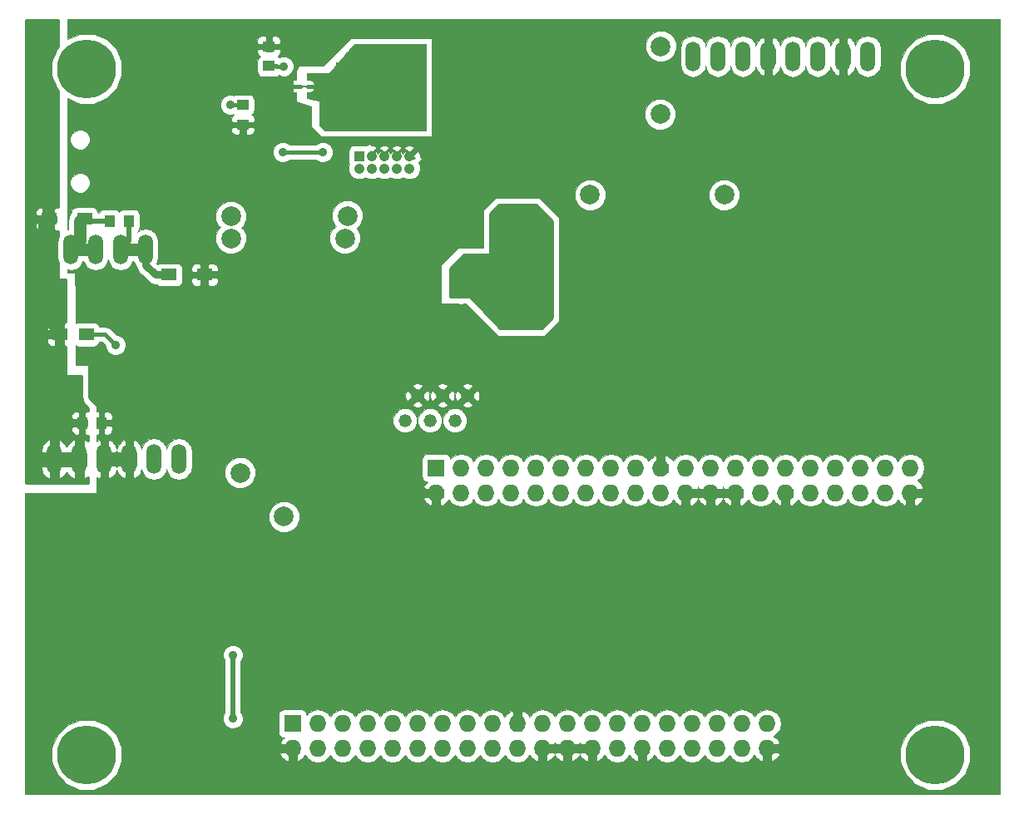
<source format=gbr>
G04 #@! TF.FileFunction,Copper,L1,Top,Signal*
%FSLAX46Y46*%
G04 Gerber Fmt 4.6, Leading zero omitted, Abs format (unit mm)*
G04 Created by KiCad (PCBNEW 4.0.2-4+6225~38~ubuntu15.04.1-stable) date Do 03 Mär 2016 01:00:01 CET*
%MOMM*%
G01*
G04 APERTURE LIST*
%ADD10C,0.150000*%
%ADD11C,0.200000*%
%ADD12O,1.506220X3.014980*%
%ADD13R,1.600200X1.198880*%
%ADD14C,1.320800*%
%ADD15C,6.000000*%
%ADD16R,1.727200X1.727200*%
%ADD17O,1.727200X1.727200*%
%ADD18R,1.050000X1.050000*%
%ADD19C,1.050000*%
%ADD20R,1.000000X1.250000*%
%ADD21R,1.500000X1.300000*%
%ADD22R,0.200000X0.200000*%
%ADD23R,1.250000X1.000000*%
%ADD24C,2.000000*%
%ADD25C,0.889000*%
%ADD26C,0.600000*%
%ADD27C,0.400000*%
%ADD28C,1.270000*%
%ADD29C,0.512000*%
%ADD30C,0.508000*%
%ADD31C,0.254000*%
%ADD32C,0.762000*%
%ADD33C,0.100000*%
G04 APERTURE END LIST*
D10*
D11*
X34398000Y-11938000D02*
X35198000Y-11938000D01*
D12*
X92202000Y-8890000D03*
X89662000Y-8890000D03*
X74422000Y-8890000D03*
X76962000Y-8890000D03*
X79502000Y-8890000D03*
X82042000Y-8890000D03*
X84582000Y-8890000D03*
X87122000Y-8890000D03*
X11049000Y-28575000D03*
X13589000Y-28575000D03*
X16129000Y-28575000D03*
X18669000Y-28575000D03*
D13*
X8866140Y-25450800D03*
X12467860Y-25450800D03*
D14*
X51435000Y-43434000D03*
X50165000Y-45974000D03*
X48895000Y-43434000D03*
X47625000Y-45974000D03*
X46355000Y-43434000D03*
X45085000Y-45974000D03*
D12*
X9398000Y-49911000D03*
X11938000Y-49911000D03*
X14478000Y-49911000D03*
X17018000Y-49911000D03*
X19558000Y-49911000D03*
X22098000Y-49911000D03*
D15*
X12700000Y-10160000D03*
X99060000Y-10160000D03*
X99059000Y-80010000D03*
X12699000Y-80010000D03*
D16*
X33655000Y-76835000D03*
D17*
X33655000Y-79375000D03*
X36195000Y-76835000D03*
X36195000Y-79375000D03*
X38735000Y-76835000D03*
X38735000Y-79375000D03*
X41275000Y-76835000D03*
X41275000Y-79375000D03*
X43815000Y-76835000D03*
X43815000Y-79375000D03*
X46355000Y-76835000D03*
X46355000Y-79375000D03*
X48895000Y-76835000D03*
X48895000Y-79375000D03*
X51435000Y-76835000D03*
X51435000Y-79375000D03*
X53975000Y-76835000D03*
X53975000Y-79375000D03*
X56515000Y-76835000D03*
X56515000Y-79375000D03*
X59055000Y-76835000D03*
X59055000Y-79375000D03*
X61595000Y-76835000D03*
X61595000Y-79375000D03*
X64135000Y-76835000D03*
X64135000Y-79375000D03*
X66675000Y-76835000D03*
X66675000Y-79375000D03*
X69215000Y-76835000D03*
X69215000Y-79375000D03*
X71755000Y-76835000D03*
X71755000Y-79375000D03*
X74295000Y-76835000D03*
X74295000Y-79375000D03*
X76835000Y-76835000D03*
X76835000Y-79375000D03*
X79375000Y-76835000D03*
X79375000Y-79375000D03*
X81915000Y-76835000D03*
X81915000Y-79375000D03*
D16*
X48260000Y-50800000D03*
D17*
X48260000Y-53340000D03*
X50800000Y-50800000D03*
X50800000Y-53340000D03*
X53340000Y-50800000D03*
X53340000Y-53340000D03*
X55880000Y-50800000D03*
X55880000Y-53340000D03*
X58420000Y-50800000D03*
X58420000Y-53340000D03*
X60960000Y-50800000D03*
X60960000Y-53340000D03*
X63500000Y-50800000D03*
X63500000Y-53340000D03*
X66040000Y-50800000D03*
X66040000Y-53340000D03*
X68580000Y-50800000D03*
X68580000Y-53340000D03*
X71120000Y-50800000D03*
X71120000Y-53340000D03*
X73660000Y-50800000D03*
X73660000Y-53340000D03*
X76200000Y-50800000D03*
X76200000Y-53340000D03*
X78740000Y-50800000D03*
X78740000Y-53340000D03*
X81280000Y-50800000D03*
X81280000Y-53340000D03*
X83820000Y-50800000D03*
X83820000Y-53340000D03*
X86360000Y-50800000D03*
X86360000Y-53340000D03*
X88900000Y-50800000D03*
X88900000Y-53340000D03*
X91440000Y-50800000D03*
X91440000Y-53340000D03*
X93980000Y-50800000D03*
X93980000Y-53340000D03*
X96520000Y-50800000D03*
X96520000Y-53340000D03*
D18*
X40436800Y-19050000D03*
D19*
X41706800Y-19050000D03*
X42976800Y-19050000D03*
X44246800Y-19050000D03*
X45516800Y-19050000D03*
X41706800Y-20320000D03*
X42976800Y-20320000D03*
X44246800Y-20320000D03*
X45516800Y-20320000D03*
X40436800Y-20320000D03*
D20*
X17002000Y-25654000D03*
X15002000Y-25654000D03*
D13*
X24659860Y-31140400D03*
X21058140Y-31140400D03*
D20*
X14207000Y-46228000D03*
X12207000Y-46228000D03*
D21*
X12652000Y-37211000D03*
X9952000Y-37211000D03*
D22*
X34398000Y-11938000D03*
X35198000Y-11938000D03*
D23*
X28574000Y-13859000D03*
X28574000Y-15859000D03*
X31241000Y-9890000D03*
X31241000Y-7890000D03*
D24*
X38989000Y-27432000D03*
X27368500Y-27432000D03*
X28321000Y-51308000D03*
X32766000Y-55753000D03*
D25*
X32638000Y-18669000D03*
X36702000Y-18669000D03*
X27304000Y-13843000D03*
X32765000Y-9906000D03*
D24*
X77597000Y-22987000D03*
X63906400Y-23012400D03*
D25*
X27558000Y-76327000D03*
X27558000Y-69850000D03*
X52933600Y-37388800D03*
X88392000Y-22352000D03*
X92518500Y-19685000D03*
X65467500Y-68643500D03*
X61721000Y-65468500D03*
X58228500Y-69469000D03*
X56260000Y-63182500D03*
X27939000Y-65278000D03*
X33082500Y-62293500D03*
X23557500Y-64579500D03*
X32766000Y-68262500D03*
X37400500Y-71247000D03*
X43242500Y-49022000D03*
X60260500Y-42545000D03*
X98678000Y-35052000D03*
X77024500Y-17970500D03*
X75691000Y-6413500D03*
X50037000Y-15684500D03*
X72452500Y-13017500D03*
X46609000Y-34798000D03*
X46544500Y-38354000D03*
X67563000Y-29591000D03*
X67563000Y-26924000D03*
X65404000Y-35560000D03*
X65531000Y-32893000D03*
X81584800Y-24485600D03*
X46862000Y-64643000D03*
X93852000Y-74422000D03*
X91312000Y-28829000D03*
X79628000Y-14224000D03*
X59689000Y-22733000D03*
X52323000Y-26035000D03*
X55371000Y-37973000D03*
X65023000Y-24765000D03*
X51307000Y-23114000D03*
X50672000Y-24638000D03*
X53085000Y-19812000D03*
X78612000Y-29591000D03*
X41655000Y-33274000D03*
X44703000Y-29718000D03*
X46100000Y-26289000D03*
X94233000Y-68834000D03*
X90423000Y-74676000D03*
X101346000Y-60909200D03*
X102971600Y-72136000D03*
X28294600Y-36271200D03*
X29412200Y-34544000D03*
X29412200Y-32766000D03*
X29412200Y-30937200D03*
X29412200Y-29210000D03*
X13410200Y-39471600D03*
X14578600Y-44094400D03*
X16763000Y-47040800D03*
X19557000Y-47040800D03*
X22249400Y-46990000D03*
X25195800Y-47040800D03*
X25145000Y-44653200D03*
X23824200Y-42672000D03*
X74802000Y-31115000D03*
X10794000Y-69342000D03*
X19684000Y-54102000D03*
X13969000Y-62103000D03*
X97535000Y-64516000D03*
X77596000Y-68580000D03*
X79501000Y-64770000D03*
X72262000Y-71374000D03*
X77215000Y-62230000D03*
X43434000Y-35052000D03*
X44196000Y-55499000D03*
X34036000Y-39878000D03*
X51816000Y-13462000D03*
X52324000Y-9398000D03*
X16764000Y-13208000D03*
X20573000Y-8890000D03*
X27432000Y-10160000D03*
X48894000Y-36322000D03*
X79756000Y-20066000D03*
X67436000Y-21780500D03*
X70992000Y-29591000D03*
X97409000Y-26543000D03*
X101981000Y-26162000D03*
X41275000Y-41783000D03*
X98552000Y-30988000D03*
X33528000Y-30226000D03*
X36576000Y-29464000D03*
X43027600Y-39598600D03*
X46228000Y-32766000D03*
X101600000Y-54737000D03*
X92202000Y-63246000D03*
X89789000Y-56642000D03*
X52273200Y-66040000D03*
X18288000Y-58293000D03*
X32613600Y-57962800D03*
X70358000Y-66040000D03*
X67817000Y-60960000D03*
X85914500Y-61087000D03*
X83566000Y-68834000D03*
X87995000Y-66040000D03*
X8889000Y-7112000D03*
X8381000Y-8382000D03*
X8381000Y-9652000D03*
D24*
X71056500Y-14795500D03*
X71120000Y-7874000D03*
D25*
X15645400Y-38303200D03*
D24*
X39243000Y-25146000D03*
X27381200Y-25196800D03*
D26*
X50800000Y-33274000D03*
X53848000Y-29337000D03*
X54102000Y-27178000D03*
X59436000Y-35814000D03*
X54102000Y-34925000D03*
X57404000Y-36195000D03*
X59182000Y-34925000D03*
X59690000Y-32004000D03*
X59690000Y-29972000D03*
X59690000Y-27432000D03*
X59309000Y-25400000D03*
X56515000Y-24384000D03*
X54229000Y-25019000D03*
X51181000Y-29464000D03*
X50038000Y-30607000D03*
X52324000Y-33274000D03*
X55626000Y-24765000D03*
X39370000Y-8763000D03*
X42164000Y-8128000D03*
X41656000Y-8636000D03*
X44323000Y-8128000D03*
X37084000Y-14224000D03*
X46736000Y-11303000D03*
X46736000Y-13970000D03*
X46736000Y-16002000D03*
X39624000Y-16002000D03*
X37084000Y-16002000D03*
X42418000Y-16002000D03*
X46736000Y-8128000D03*
X38354000Y-9779000D03*
X45466000Y-15748000D03*
D27*
X36702000Y-18669000D02*
X32638000Y-18669000D01*
X27320000Y-13859000D02*
X28828000Y-13859000D01*
X27304000Y-13843000D02*
X27320000Y-13859000D01*
X31241000Y-9890000D02*
X31971000Y-9890000D01*
X32765000Y-9906000D02*
X31987000Y-9906000D01*
X31971000Y-9890000D02*
X31987000Y-9906000D01*
D28*
X19558000Y-49911000D02*
X19558000Y-49022000D01*
D29*
X27558000Y-69850000D02*
X27558000Y-76327000D01*
D27*
X52273200Y-66040000D02*
X57911000Y-66040000D01*
X58228500Y-66357500D02*
X58228500Y-69469000D01*
X57911000Y-66040000D02*
X58228500Y-66357500D01*
X27939000Y-65278000D02*
X27939000Y-62928500D01*
X28574000Y-62293500D02*
X33082500Y-62293500D01*
X27939000Y-62928500D02*
X28574000Y-62293500D01*
X32766000Y-68262500D02*
X32766000Y-70041500D01*
X33971500Y-71247000D02*
X37400500Y-71247000D01*
X32766000Y-70041500D02*
X33971500Y-71247000D01*
D11*
X48260000Y-53340000D02*
X47560500Y-53340000D01*
X47560500Y-53340000D02*
X43242500Y-49022000D01*
D27*
X77216000Y-20574000D02*
X79756000Y-20066000D01*
D11*
X50037000Y-15684500D02*
X49973500Y-15684500D01*
X46355000Y-35052000D02*
X46609000Y-34798000D01*
X46355000Y-35052000D02*
X43434000Y-35052000D01*
X46609000Y-38289500D02*
X46609000Y-34798000D01*
X46544500Y-38354000D02*
X46609000Y-38289500D01*
D27*
X67563000Y-29591000D02*
X67563000Y-26924000D01*
X65404000Y-33020000D02*
X65404000Y-35560000D01*
X65531000Y-32893000D02*
X65404000Y-33020000D01*
D30*
X101193600Y-73914000D02*
X102971600Y-72136000D01*
X94360000Y-73914000D02*
X101193600Y-73914000D01*
X93852000Y-74422000D02*
X94360000Y-73914000D01*
D27*
X52323000Y-24511000D02*
X54101000Y-22733000D01*
X54101000Y-22733000D02*
X59689000Y-22733000D01*
X52323000Y-26035000D02*
X52323000Y-24511000D01*
D31*
X60070000Y-37973000D02*
X55371000Y-37973000D01*
X60959000Y-37084000D02*
X60070000Y-37973000D01*
X60959000Y-28702000D02*
X60959000Y-37084000D01*
X62356000Y-27305000D02*
X60959000Y-28702000D01*
X62356000Y-27178000D02*
X62356000Y-27305000D01*
X65023000Y-24765000D02*
X62356000Y-27178000D01*
D27*
X52069000Y-23368000D02*
X50672000Y-24638000D01*
X52069000Y-21082000D02*
X52069000Y-23368000D01*
X53085000Y-19812000D02*
X52069000Y-21082000D01*
D11*
X41655000Y-33274000D02*
X43433000Y-35052000D01*
X43433000Y-35052000D02*
X43434000Y-35052000D01*
X46481000Y-27940000D02*
X46481000Y-28829000D01*
X45592000Y-29718000D02*
X44703000Y-29718000D01*
X46481000Y-28829000D02*
X45592000Y-29718000D01*
D27*
X94233000Y-71628000D02*
X94233000Y-68834000D01*
X90423000Y-74676000D02*
X94233000Y-71628000D01*
D29*
X102971600Y-67614800D02*
X102971600Y-72136000D01*
X101346000Y-60909200D02*
X102971600Y-62534800D01*
X102971600Y-62534800D02*
X102971600Y-67614800D01*
D32*
X24659860Y-31140400D02*
X27481800Y-31140400D01*
X28294600Y-35661600D02*
X28294600Y-36271200D01*
X29412200Y-34544000D02*
X28294600Y-35661600D01*
X29412200Y-30937200D02*
X29412200Y-32766000D01*
X27481800Y-31140400D02*
X29412200Y-29210000D01*
D28*
X13410200Y-39471600D02*
X13410200Y-43484800D01*
X14019800Y-44094400D02*
X14578600Y-44094400D01*
X13410200Y-43484800D02*
X14019800Y-44094400D01*
X19557000Y-47040800D02*
X16763000Y-47040800D01*
X25145000Y-46990000D02*
X22249400Y-46990000D01*
X25195800Y-47040800D02*
X25145000Y-46990000D01*
X25145000Y-43992800D02*
X25145000Y-44653200D01*
X23824200Y-42672000D02*
X25145000Y-43992800D01*
D27*
X74802000Y-29972000D02*
X74802000Y-31115000D01*
D30*
X10794000Y-69342000D02*
X10794000Y-61722000D01*
X13715000Y-61849000D02*
X13969000Y-62103000D01*
X10921000Y-61849000D02*
X13715000Y-61849000D01*
X10794000Y-61722000D02*
X10921000Y-61849000D01*
X79501000Y-64770000D02*
X79501000Y-64516000D01*
X74802000Y-71374000D02*
X77596000Y-68580000D01*
X65467500Y-68643500D02*
X72008000Y-71628000D01*
X72008000Y-71628000D02*
X72262000Y-71374000D01*
X72262000Y-71374000D02*
X74802000Y-71374000D01*
X79501000Y-64516000D02*
X77215000Y-62230000D01*
D11*
X43434000Y-35052000D02*
X43561000Y-35052000D01*
D32*
X51816000Y-13462000D02*
X51816000Y-9906000D01*
X51816000Y-9906000D02*
X52324000Y-9398000D01*
D27*
X34398000Y-11938000D02*
X33020000Y-11938000D01*
X33020000Y-11938000D02*
X33020000Y-11684000D01*
X20320000Y-9652000D02*
X16764000Y-13208000D01*
X20319000Y-8636000D02*
X20320000Y-9652000D01*
X20573000Y-8890000D02*
X20319000Y-8636000D01*
X69697600Y-20574000D02*
X77216000Y-20574000D01*
X67436000Y-21780500D02*
X69697600Y-20574000D01*
X79756000Y-30886400D02*
X79654400Y-30988000D01*
X79756000Y-30581600D02*
X79756000Y-30886400D01*
X79146400Y-29972000D02*
X79756000Y-30581600D01*
X71195200Y-29794200D02*
X74802000Y-29972000D01*
X74802000Y-29972000D02*
X79146400Y-29972000D01*
X70992000Y-29591000D02*
X71195200Y-29794200D01*
D11*
X35814000Y-30226000D02*
X33528000Y-30226000D01*
X36576000Y-29464000D02*
X35814000Y-30226000D01*
D28*
X14478000Y-49911000D02*
X14478000Y-49276000D01*
D30*
X17018000Y-49911000D02*
X17018000Y-49530000D01*
X14859000Y-49530000D02*
X14478000Y-49911000D01*
D11*
X100203000Y-53340000D02*
X96520000Y-53340000D01*
X101600000Y-54737000D02*
X100203000Y-53340000D01*
X92202000Y-59055000D02*
X92202000Y-63246000D01*
X89789000Y-56642000D02*
X92202000Y-59055000D01*
D29*
X65278000Y-68884800D02*
X65467500Y-68643500D01*
X62636400Y-66243200D02*
X65278000Y-68884800D01*
X52476400Y-66243200D02*
X62636400Y-66243200D01*
X52273200Y-66040000D02*
X52476400Y-66243200D01*
D27*
X70358000Y-65430400D02*
X70358000Y-66040000D01*
X67817000Y-60960000D02*
X70358000Y-65430400D01*
D29*
X87995000Y-66040000D02*
X87884000Y-66040000D01*
D27*
X8359140Y-25654000D02*
X8359140Y-10138140D01*
X8635000Y-7112000D02*
X8889000Y-7112000D01*
X8381000Y-8382000D02*
X8635000Y-7112000D01*
X8359140Y-10138140D02*
X8381000Y-9652000D01*
D28*
X8359140Y-25654000D02*
X8359140Y-35306000D01*
X8359140Y-35306000D02*
X9248140Y-36195000D01*
D27*
X15645400Y-38303200D02*
X14553200Y-37211000D01*
X14553200Y-37211000D02*
X12652000Y-37211000D01*
D32*
X18669000Y-28575000D02*
X18669000Y-30150800D01*
X19658600Y-31140400D02*
X21058140Y-31140400D01*
X18669000Y-30150800D02*
X19658600Y-31140400D01*
D30*
X17002000Y-25654000D02*
X17002000Y-27702000D01*
X17002000Y-27702000D02*
X16129000Y-28575000D01*
D28*
X16129000Y-28575000D02*
X18669000Y-28575000D01*
D30*
X15002000Y-25654000D02*
X11960860Y-25654000D01*
D28*
X11960860Y-25654000D02*
X11960860Y-27663140D01*
X11960860Y-27663140D02*
X11049000Y-28575000D01*
X13589000Y-28575000D02*
X11049000Y-28575000D01*
D11*
X53848000Y-29210000D02*
X53848000Y-29337000D01*
D27*
X59182000Y-34925000D02*
X59055000Y-35052000D01*
D11*
X51054000Y-29210000D02*
X51181000Y-29464000D01*
D27*
X35198000Y-11938000D02*
X36322000Y-11938000D01*
D11*
X42164000Y-7874000D02*
X42164000Y-8128000D01*
D27*
X40640000Y-7874000D02*
X42164000Y-7874000D01*
X42164000Y-7874000D02*
X42291000Y-7874000D01*
X42672000Y-7874000D02*
X42291000Y-7874000D01*
X40640000Y-7874000D02*
X42291000Y-7874000D01*
X46736000Y-13970000D02*
X46736000Y-16002000D01*
D31*
G36*
X9779000Y-7939720D02*
X9620194Y-8098249D01*
X9065632Y-9433782D01*
X9064370Y-10879874D01*
X9616600Y-12216372D01*
X9779000Y-12379056D01*
X9779000Y-24216360D01*
X9424940Y-24216360D01*
X9266190Y-24375110D01*
X9266190Y-25151080D01*
X9509140Y-25151080D01*
X9509140Y-25750520D01*
X9266190Y-25750520D01*
X9266190Y-26526490D01*
X9424940Y-26685240D01*
X9779000Y-26685240D01*
X9779000Y-27228812D01*
X9766554Y-27247439D01*
X9660890Y-27778646D01*
X9660890Y-29371354D01*
X9766554Y-29902561D01*
X9779000Y-29921188D01*
X9779000Y-31496000D01*
X9789006Y-31545410D01*
X9817447Y-31587035D01*
X9859841Y-31614315D01*
X9906000Y-31623000D01*
X10541000Y-31623000D01*
X10541000Y-35926000D01*
X10485750Y-35926000D01*
X10327000Y-36084750D01*
X10327000Y-36886000D01*
X10541000Y-36886000D01*
X10541000Y-37536000D01*
X10327000Y-37536000D01*
X10327000Y-38337250D01*
X10485750Y-38496000D01*
X10541000Y-38496000D01*
X10541000Y-41275000D01*
X10551006Y-41324410D01*
X10579447Y-41366035D01*
X10621841Y-41393315D01*
X10668000Y-41402000D01*
X12140200Y-41402000D01*
X12140200Y-43484795D01*
X12140199Y-43484800D01*
X12236873Y-43970808D01*
X12512174Y-44382826D01*
X12827000Y-44697651D01*
X12827000Y-44968000D01*
X12615750Y-44968000D01*
X12457000Y-45126750D01*
X12457000Y-45915500D01*
X12707000Y-45915500D01*
X12707000Y-46540500D01*
X12457000Y-46540500D01*
X12457000Y-47329250D01*
X12615750Y-47488000D01*
X12827000Y-47488000D01*
X12827000Y-48060371D01*
X12518925Y-47895915D01*
X12314555Y-47986350D01*
X12314555Y-49288000D01*
X12581000Y-49288000D01*
X12581000Y-50534000D01*
X12314555Y-50534000D01*
X12314555Y-51835650D01*
X12518925Y-51926085D01*
X12827000Y-51761629D01*
X12827000Y-52324000D01*
X6477000Y-52324000D01*
X6477000Y-50757328D01*
X7977622Y-50757328D01*
X8120929Y-51293884D01*
X8458658Y-51734756D01*
X8817075Y-51926085D01*
X9021445Y-51835650D01*
X9021445Y-50534000D01*
X9774555Y-50534000D01*
X9774555Y-51835650D01*
X9978925Y-51926085D01*
X10337342Y-51734756D01*
X10668000Y-51303114D01*
X10998658Y-51734756D01*
X11357075Y-51926085D01*
X11561445Y-51835650D01*
X11561445Y-50534000D01*
X10679475Y-50534000D01*
X10668000Y-50549833D01*
X10656525Y-50534000D01*
X9774555Y-50534000D01*
X9021445Y-50534000D01*
X8139475Y-50534000D01*
X7977622Y-50757328D01*
X6477000Y-50757328D01*
X6477000Y-49064672D01*
X7977622Y-49064672D01*
X8139475Y-49288000D01*
X9021445Y-49288000D01*
X9021445Y-47986350D01*
X9774555Y-47986350D01*
X9774555Y-49288000D01*
X10656525Y-49288000D01*
X10668000Y-49272167D01*
X10679475Y-49288000D01*
X11561445Y-49288000D01*
X11561445Y-47986350D01*
X11357075Y-47895915D01*
X10998658Y-48087244D01*
X10668000Y-48518886D01*
X10337342Y-48087244D01*
X9978925Y-47895915D01*
X9774555Y-47986350D01*
X9021445Y-47986350D01*
X8817075Y-47895915D01*
X8458658Y-48087244D01*
X8120929Y-48528116D01*
X7977622Y-49064672D01*
X6477000Y-49064672D01*
X6477000Y-46699250D01*
X11072000Y-46699250D01*
X11072000Y-46979310D01*
X11168673Y-47212699D01*
X11347302Y-47391327D01*
X11580691Y-47488000D01*
X11798250Y-47488000D01*
X11957000Y-47329250D01*
X11957000Y-46540500D01*
X11230750Y-46540500D01*
X11072000Y-46699250D01*
X6477000Y-46699250D01*
X6477000Y-45476690D01*
X11072000Y-45476690D01*
X11072000Y-45756750D01*
X11230750Y-45915500D01*
X11957000Y-45915500D01*
X11957000Y-45126750D01*
X11798250Y-44968000D01*
X11580691Y-44968000D01*
X11347302Y-45064673D01*
X11168673Y-45243301D01*
X11072000Y-45476690D01*
X6477000Y-45476690D01*
X6477000Y-37694750D01*
X8567000Y-37694750D01*
X8567000Y-37987310D01*
X8663673Y-38220699D01*
X8842302Y-38399327D01*
X9075691Y-38496000D01*
X9418250Y-38496000D01*
X9577000Y-38337250D01*
X9577000Y-37536000D01*
X8725750Y-37536000D01*
X8567000Y-37694750D01*
X6477000Y-37694750D01*
X6477000Y-36434690D01*
X8567000Y-36434690D01*
X8567000Y-36727250D01*
X8725750Y-36886000D01*
X9577000Y-36886000D01*
X9577000Y-36084750D01*
X9418250Y-35926000D01*
X9075691Y-35926000D01*
X8842302Y-36022673D01*
X8663673Y-36201301D01*
X8567000Y-36434690D01*
X6477000Y-36434690D01*
X6477000Y-25909270D01*
X7431040Y-25909270D01*
X7431040Y-26176550D01*
X7527713Y-26409939D01*
X7706342Y-26588567D01*
X7939731Y-26685240D01*
X8307340Y-26685240D01*
X8466090Y-26526490D01*
X8466090Y-25750520D01*
X7589790Y-25750520D01*
X7431040Y-25909270D01*
X6477000Y-25909270D01*
X6477000Y-24725050D01*
X7431040Y-24725050D01*
X7431040Y-24992330D01*
X7589790Y-25151080D01*
X8466090Y-25151080D01*
X8466090Y-24375110D01*
X8307340Y-24216360D01*
X7939731Y-24216360D01*
X7706342Y-24313033D01*
X7527713Y-24491661D01*
X7431040Y-24725050D01*
X6477000Y-24725050D01*
X6477000Y-5207000D01*
X9779000Y-5207000D01*
X9779000Y-7939720D01*
X9779000Y-7939720D01*
G37*
X9779000Y-7939720D02*
X9620194Y-8098249D01*
X9065632Y-9433782D01*
X9064370Y-10879874D01*
X9616600Y-12216372D01*
X9779000Y-12379056D01*
X9779000Y-24216360D01*
X9424940Y-24216360D01*
X9266190Y-24375110D01*
X9266190Y-25151080D01*
X9509140Y-25151080D01*
X9509140Y-25750520D01*
X9266190Y-25750520D01*
X9266190Y-26526490D01*
X9424940Y-26685240D01*
X9779000Y-26685240D01*
X9779000Y-27228812D01*
X9766554Y-27247439D01*
X9660890Y-27778646D01*
X9660890Y-29371354D01*
X9766554Y-29902561D01*
X9779000Y-29921188D01*
X9779000Y-31496000D01*
X9789006Y-31545410D01*
X9817447Y-31587035D01*
X9859841Y-31614315D01*
X9906000Y-31623000D01*
X10541000Y-31623000D01*
X10541000Y-35926000D01*
X10485750Y-35926000D01*
X10327000Y-36084750D01*
X10327000Y-36886000D01*
X10541000Y-36886000D01*
X10541000Y-37536000D01*
X10327000Y-37536000D01*
X10327000Y-38337250D01*
X10485750Y-38496000D01*
X10541000Y-38496000D01*
X10541000Y-41275000D01*
X10551006Y-41324410D01*
X10579447Y-41366035D01*
X10621841Y-41393315D01*
X10668000Y-41402000D01*
X12140200Y-41402000D01*
X12140200Y-43484795D01*
X12140199Y-43484800D01*
X12236873Y-43970808D01*
X12512174Y-44382826D01*
X12827000Y-44697651D01*
X12827000Y-44968000D01*
X12615750Y-44968000D01*
X12457000Y-45126750D01*
X12457000Y-45915500D01*
X12707000Y-45915500D01*
X12707000Y-46540500D01*
X12457000Y-46540500D01*
X12457000Y-47329250D01*
X12615750Y-47488000D01*
X12827000Y-47488000D01*
X12827000Y-48060371D01*
X12518925Y-47895915D01*
X12314555Y-47986350D01*
X12314555Y-49288000D01*
X12581000Y-49288000D01*
X12581000Y-50534000D01*
X12314555Y-50534000D01*
X12314555Y-51835650D01*
X12518925Y-51926085D01*
X12827000Y-51761629D01*
X12827000Y-52324000D01*
X6477000Y-52324000D01*
X6477000Y-50757328D01*
X7977622Y-50757328D01*
X8120929Y-51293884D01*
X8458658Y-51734756D01*
X8817075Y-51926085D01*
X9021445Y-51835650D01*
X9021445Y-50534000D01*
X9774555Y-50534000D01*
X9774555Y-51835650D01*
X9978925Y-51926085D01*
X10337342Y-51734756D01*
X10668000Y-51303114D01*
X10998658Y-51734756D01*
X11357075Y-51926085D01*
X11561445Y-51835650D01*
X11561445Y-50534000D01*
X10679475Y-50534000D01*
X10668000Y-50549833D01*
X10656525Y-50534000D01*
X9774555Y-50534000D01*
X9021445Y-50534000D01*
X8139475Y-50534000D01*
X7977622Y-50757328D01*
X6477000Y-50757328D01*
X6477000Y-49064672D01*
X7977622Y-49064672D01*
X8139475Y-49288000D01*
X9021445Y-49288000D01*
X9021445Y-47986350D01*
X9774555Y-47986350D01*
X9774555Y-49288000D01*
X10656525Y-49288000D01*
X10668000Y-49272167D01*
X10679475Y-49288000D01*
X11561445Y-49288000D01*
X11561445Y-47986350D01*
X11357075Y-47895915D01*
X10998658Y-48087244D01*
X10668000Y-48518886D01*
X10337342Y-48087244D01*
X9978925Y-47895915D01*
X9774555Y-47986350D01*
X9021445Y-47986350D01*
X8817075Y-47895915D01*
X8458658Y-48087244D01*
X8120929Y-48528116D01*
X7977622Y-49064672D01*
X6477000Y-49064672D01*
X6477000Y-46699250D01*
X11072000Y-46699250D01*
X11072000Y-46979310D01*
X11168673Y-47212699D01*
X11347302Y-47391327D01*
X11580691Y-47488000D01*
X11798250Y-47488000D01*
X11957000Y-47329250D01*
X11957000Y-46540500D01*
X11230750Y-46540500D01*
X11072000Y-46699250D01*
X6477000Y-46699250D01*
X6477000Y-45476690D01*
X11072000Y-45476690D01*
X11072000Y-45756750D01*
X11230750Y-45915500D01*
X11957000Y-45915500D01*
X11957000Y-45126750D01*
X11798250Y-44968000D01*
X11580691Y-44968000D01*
X11347302Y-45064673D01*
X11168673Y-45243301D01*
X11072000Y-45476690D01*
X6477000Y-45476690D01*
X6477000Y-37694750D01*
X8567000Y-37694750D01*
X8567000Y-37987310D01*
X8663673Y-38220699D01*
X8842302Y-38399327D01*
X9075691Y-38496000D01*
X9418250Y-38496000D01*
X9577000Y-38337250D01*
X9577000Y-37536000D01*
X8725750Y-37536000D01*
X8567000Y-37694750D01*
X6477000Y-37694750D01*
X6477000Y-36434690D01*
X8567000Y-36434690D01*
X8567000Y-36727250D01*
X8725750Y-36886000D01*
X9577000Y-36886000D01*
X9577000Y-36084750D01*
X9418250Y-35926000D01*
X9075691Y-35926000D01*
X8842302Y-36022673D01*
X8663673Y-36201301D01*
X8567000Y-36434690D01*
X6477000Y-36434690D01*
X6477000Y-25909270D01*
X7431040Y-25909270D01*
X7431040Y-26176550D01*
X7527713Y-26409939D01*
X7706342Y-26588567D01*
X7939731Y-26685240D01*
X8307340Y-26685240D01*
X8466090Y-26526490D01*
X8466090Y-25750520D01*
X7589790Y-25750520D01*
X7431040Y-25909270D01*
X6477000Y-25909270D01*
X6477000Y-24725050D01*
X7431040Y-24725050D01*
X7431040Y-24992330D01*
X7589790Y-25151080D01*
X8466090Y-25151080D01*
X8466090Y-24375110D01*
X8307340Y-24216360D01*
X7939731Y-24216360D01*
X7706342Y-24313033D01*
X7527713Y-24491661D01*
X7431040Y-24725050D01*
X6477000Y-24725050D01*
X6477000Y-5207000D01*
X9779000Y-5207000D01*
X9779000Y-7939720D01*
D33*
G36*
X105614000Y-84024000D02*
X6400000Y-84024000D01*
X6400000Y-80714625D01*
X9140384Y-80714625D01*
X9680916Y-82022812D01*
X10680924Y-83024567D01*
X11988165Y-83567381D01*
X13403625Y-83568616D01*
X14711812Y-83028084D01*
X15713567Y-82028076D01*
X16256381Y-80720835D01*
X16256998Y-80013364D01*
X32384789Y-80013364D01*
X32579121Y-80304262D01*
X33016630Y-80645247D01*
X33223200Y-80589971D01*
X33223200Y-79806800D01*
X32447801Y-79806800D01*
X32384789Y-80013364D01*
X16256998Y-80013364D01*
X16257616Y-79305375D01*
X15717084Y-77997188D01*
X14717076Y-76995433D01*
X13409835Y-76452619D01*
X11994375Y-76451384D01*
X10686188Y-76991916D01*
X9684433Y-77991924D01*
X9141619Y-79299165D01*
X9140384Y-80714625D01*
X6400000Y-80714625D01*
X6400000Y-70048535D01*
X26555326Y-70048535D01*
X26707626Y-70417129D01*
X26744000Y-70453566D01*
X26744000Y-75723068D01*
X26708618Y-75758388D01*
X26555675Y-76126716D01*
X26555326Y-76525535D01*
X26707626Y-76894129D01*
X26989388Y-77176382D01*
X27357716Y-77329325D01*
X27756535Y-77329674D01*
X28125129Y-77177374D01*
X28407382Y-76895612D01*
X28560325Y-76527284D01*
X28560674Y-76128465D01*
X28495777Y-75971400D01*
X32222469Y-75971400D01*
X32222469Y-77698600D01*
X32261378Y-77905382D01*
X32383586Y-78095299D01*
X32570054Y-78222707D01*
X32791400Y-78267531D01*
X32807774Y-78267531D01*
X32579121Y-78445738D01*
X32384789Y-78736636D01*
X32447801Y-78943200D01*
X33223200Y-78943200D01*
X33223200Y-78655000D01*
X34086800Y-78655000D01*
X34086800Y-78943200D01*
X34375000Y-78943200D01*
X34375000Y-79806800D01*
X34086800Y-79806800D01*
X34086800Y-80589971D01*
X34293370Y-80645247D01*
X34730879Y-80304262D01*
X34884034Y-80075002D01*
X34957983Y-80075002D01*
X35161926Y-80380223D01*
X35623126Y-80688387D01*
X36167149Y-80796600D01*
X36222851Y-80796600D01*
X36766874Y-80688387D01*
X37228074Y-80380223D01*
X37465000Y-80025638D01*
X37701926Y-80380223D01*
X38163126Y-80688387D01*
X38707149Y-80796600D01*
X38762851Y-80796600D01*
X39306874Y-80688387D01*
X39768074Y-80380223D01*
X40005000Y-80025638D01*
X40241926Y-80380223D01*
X40703126Y-80688387D01*
X41247149Y-80796600D01*
X41302851Y-80796600D01*
X41846874Y-80688387D01*
X42308074Y-80380223D01*
X42545000Y-80025638D01*
X42781926Y-80380223D01*
X43243126Y-80688387D01*
X43787149Y-80796600D01*
X43842851Y-80796600D01*
X44386874Y-80688387D01*
X44848074Y-80380223D01*
X45085000Y-80025638D01*
X45321926Y-80380223D01*
X45783126Y-80688387D01*
X46327149Y-80796600D01*
X46382851Y-80796600D01*
X46926874Y-80688387D01*
X47388074Y-80380223D01*
X47625000Y-80025638D01*
X47861926Y-80380223D01*
X48323126Y-80688387D01*
X48867149Y-80796600D01*
X48922851Y-80796600D01*
X49466874Y-80688387D01*
X49928074Y-80380223D01*
X50165000Y-80025638D01*
X50401926Y-80380223D01*
X50863126Y-80688387D01*
X51407149Y-80796600D01*
X51462851Y-80796600D01*
X52006874Y-80688387D01*
X52468074Y-80380223D01*
X52705000Y-80025638D01*
X52941926Y-80380223D01*
X53403126Y-80688387D01*
X53947149Y-80796600D01*
X54002851Y-80796600D01*
X54546874Y-80688387D01*
X55008074Y-80380223D01*
X55245000Y-80025638D01*
X55481926Y-80380223D01*
X55943126Y-80688387D01*
X56487149Y-80796600D01*
X56542851Y-80796600D01*
X57086874Y-80688387D01*
X57548074Y-80380223D01*
X57752017Y-80075002D01*
X57825966Y-80075002D01*
X57979121Y-80304262D01*
X58416630Y-80645247D01*
X58623200Y-80589971D01*
X58623200Y-79806800D01*
X59486800Y-79806800D01*
X59486800Y-80589971D01*
X59693370Y-80645247D01*
X60130879Y-80304262D01*
X60325000Y-80013680D01*
X60519121Y-80304262D01*
X60956630Y-80645247D01*
X61163200Y-80589971D01*
X61163200Y-79806800D01*
X62026800Y-79806800D01*
X62026800Y-80589971D01*
X62233370Y-80645247D01*
X62670879Y-80304262D01*
X62865000Y-80013680D01*
X63059121Y-80304262D01*
X63496630Y-80645247D01*
X63703200Y-80589971D01*
X63703200Y-79806800D01*
X62927801Y-79806800D01*
X62865000Y-80012672D01*
X62802199Y-79806800D01*
X62026800Y-79806800D01*
X61163200Y-79806800D01*
X60387801Y-79806800D01*
X60325000Y-80012672D01*
X60262199Y-79806800D01*
X59486800Y-79806800D01*
X58623200Y-79806800D01*
X58335000Y-79806800D01*
X58335000Y-78943200D01*
X58623200Y-78943200D01*
X58623200Y-78655000D01*
X59486800Y-78655000D01*
X59486800Y-78943200D01*
X60262199Y-78943200D01*
X60325000Y-78737328D01*
X60387801Y-78943200D01*
X61163200Y-78943200D01*
X61163200Y-78655000D01*
X62026800Y-78655000D01*
X62026800Y-78943200D01*
X62802199Y-78943200D01*
X62865000Y-78737328D01*
X62927801Y-78943200D01*
X63703200Y-78943200D01*
X63703200Y-78655000D01*
X64566800Y-78655000D01*
X64566800Y-78943200D01*
X64855000Y-78943200D01*
X64855000Y-79806800D01*
X64566800Y-79806800D01*
X64566800Y-80589971D01*
X64773370Y-80645247D01*
X65210879Y-80304262D01*
X65364034Y-80075002D01*
X65437983Y-80075002D01*
X65641926Y-80380223D01*
X66103126Y-80688387D01*
X66647149Y-80796600D01*
X66702851Y-80796600D01*
X67246874Y-80688387D01*
X67708074Y-80380223D01*
X67912017Y-80075002D01*
X67985966Y-80075002D01*
X68139121Y-80304262D01*
X68576630Y-80645247D01*
X68783200Y-80589971D01*
X68783200Y-79806800D01*
X68495000Y-79806800D01*
X68495000Y-78943200D01*
X68783200Y-78943200D01*
X68783200Y-78655000D01*
X69646800Y-78655000D01*
X69646800Y-78943200D01*
X69935000Y-78943200D01*
X69935000Y-79806800D01*
X69646800Y-79806800D01*
X69646800Y-80589971D01*
X69853370Y-80645247D01*
X70290879Y-80304262D01*
X70444034Y-80075002D01*
X70517983Y-80075002D01*
X70721926Y-80380223D01*
X71183126Y-80688387D01*
X71727149Y-80796600D01*
X71782851Y-80796600D01*
X72326874Y-80688387D01*
X72788074Y-80380223D01*
X73025000Y-80025638D01*
X73261926Y-80380223D01*
X73723126Y-80688387D01*
X74267149Y-80796600D01*
X74322851Y-80796600D01*
X74866874Y-80688387D01*
X75328074Y-80380223D01*
X75565000Y-80025638D01*
X75801926Y-80380223D01*
X76263126Y-80688387D01*
X76807149Y-80796600D01*
X76862851Y-80796600D01*
X77406874Y-80688387D01*
X77868074Y-80380223D01*
X78105000Y-80025638D01*
X78341926Y-80380223D01*
X78803126Y-80688387D01*
X79347149Y-80796600D01*
X79402851Y-80796600D01*
X79814966Y-80714625D01*
X95500384Y-80714625D01*
X96040916Y-82022812D01*
X97040924Y-83024567D01*
X98348165Y-83567381D01*
X99763625Y-83568616D01*
X101071812Y-83028084D01*
X102073567Y-82028076D01*
X102616381Y-80720835D01*
X102617616Y-79305375D01*
X102077084Y-77997188D01*
X101077076Y-76995433D01*
X99769835Y-76452619D01*
X98354375Y-76451384D01*
X97046188Y-76991916D01*
X96044433Y-77991924D01*
X95501619Y-79299165D01*
X95500384Y-80714625D01*
X79814966Y-80714625D01*
X79946874Y-80688387D01*
X80408074Y-80380223D01*
X80612017Y-80075002D01*
X80685966Y-80075002D01*
X80839121Y-80304262D01*
X81276630Y-80645247D01*
X81483200Y-80589971D01*
X81483200Y-79806800D01*
X82346800Y-79806800D01*
X82346800Y-80589971D01*
X82553370Y-80645247D01*
X82990879Y-80304262D01*
X83185211Y-80013364D01*
X83122199Y-79806800D01*
X82346800Y-79806800D01*
X81483200Y-79806800D01*
X81195000Y-79806800D01*
X81195000Y-78943200D01*
X81483200Y-78943200D01*
X81483200Y-78655000D01*
X82346800Y-78655000D01*
X82346800Y-78943200D01*
X83122199Y-78943200D01*
X83185211Y-78736636D01*
X82990879Y-78445738D01*
X82615002Y-78152788D01*
X82615002Y-78062775D01*
X82948074Y-77840223D01*
X83256238Y-77379023D01*
X83364451Y-76835000D01*
X83256238Y-76290977D01*
X82948074Y-75829777D01*
X82486874Y-75521613D01*
X81942851Y-75413400D01*
X81887149Y-75413400D01*
X81343126Y-75521613D01*
X80881926Y-75829777D01*
X80645000Y-76184362D01*
X80408074Y-75829777D01*
X79946874Y-75521613D01*
X79402851Y-75413400D01*
X79347149Y-75413400D01*
X78803126Y-75521613D01*
X78341926Y-75829777D01*
X78105000Y-76184362D01*
X77868074Y-75829777D01*
X77406874Y-75521613D01*
X76862851Y-75413400D01*
X76807149Y-75413400D01*
X76263126Y-75521613D01*
X75801926Y-75829777D01*
X75565000Y-76184362D01*
X75328074Y-75829777D01*
X74866874Y-75521613D01*
X74322851Y-75413400D01*
X74267149Y-75413400D01*
X73723126Y-75521613D01*
X73261926Y-75829777D01*
X73025000Y-76184362D01*
X72788074Y-75829777D01*
X72326874Y-75521613D01*
X71782851Y-75413400D01*
X71727149Y-75413400D01*
X71183126Y-75521613D01*
X70721926Y-75829777D01*
X70485000Y-76184362D01*
X70248074Y-75829777D01*
X69786874Y-75521613D01*
X69242851Y-75413400D01*
X69187149Y-75413400D01*
X68643126Y-75521613D01*
X68181926Y-75829777D01*
X67945000Y-76184362D01*
X67708074Y-75829777D01*
X67246874Y-75521613D01*
X66702851Y-75413400D01*
X66647149Y-75413400D01*
X66103126Y-75521613D01*
X65641926Y-75829777D01*
X65405000Y-76184362D01*
X65168074Y-75829777D01*
X64706874Y-75521613D01*
X64162851Y-75413400D01*
X64107149Y-75413400D01*
X63563126Y-75521613D01*
X63101926Y-75829777D01*
X62865000Y-76184362D01*
X62628074Y-75829777D01*
X62166874Y-75521613D01*
X61622851Y-75413400D01*
X61567149Y-75413400D01*
X61023126Y-75521613D01*
X60561926Y-75829777D01*
X60325000Y-76184362D01*
X60088074Y-75829777D01*
X59626874Y-75521613D01*
X59082851Y-75413400D01*
X59027149Y-75413400D01*
X58483126Y-75521613D01*
X58021926Y-75829777D01*
X57817983Y-76134998D01*
X57744034Y-76134998D01*
X57590879Y-75905738D01*
X57153370Y-75564753D01*
X56946800Y-75620029D01*
X56946800Y-76403200D01*
X57235000Y-76403200D01*
X57235000Y-77266800D01*
X56946800Y-77266800D01*
X56946800Y-77555000D01*
X56083200Y-77555000D01*
X56083200Y-77266800D01*
X55795000Y-77266800D01*
X55795000Y-76403200D01*
X56083200Y-76403200D01*
X56083200Y-75620029D01*
X55876630Y-75564753D01*
X55439121Y-75905738D01*
X55285966Y-76134998D01*
X55212017Y-76134998D01*
X55008074Y-75829777D01*
X54546874Y-75521613D01*
X54002851Y-75413400D01*
X53947149Y-75413400D01*
X53403126Y-75521613D01*
X52941926Y-75829777D01*
X52705000Y-76184362D01*
X52468074Y-75829777D01*
X52006874Y-75521613D01*
X51462851Y-75413400D01*
X51407149Y-75413400D01*
X50863126Y-75521613D01*
X50401926Y-75829777D01*
X50165000Y-76184362D01*
X49928074Y-75829777D01*
X49466874Y-75521613D01*
X48922851Y-75413400D01*
X48867149Y-75413400D01*
X48323126Y-75521613D01*
X47861926Y-75829777D01*
X47625000Y-76184362D01*
X47388074Y-75829777D01*
X46926874Y-75521613D01*
X46382851Y-75413400D01*
X46327149Y-75413400D01*
X45783126Y-75521613D01*
X45321926Y-75829777D01*
X45085000Y-76184362D01*
X44848074Y-75829777D01*
X44386874Y-75521613D01*
X43842851Y-75413400D01*
X43787149Y-75413400D01*
X43243126Y-75521613D01*
X42781926Y-75829777D01*
X42545000Y-76184362D01*
X42308074Y-75829777D01*
X41846874Y-75521613D01*
X41302851Y-75413400D01*
X41247149Y-75413400D01*
X40703126Y-75521613D01*
X40241926Y-75829777D01*
X40005000Y-76184362D01*
X39768074Y-75829777D01*
X39306874Y-75521613D01*
X38762851Y-75413400D01*
X38707149Y-75413400D01*
X38163126Y-75521613D01*
X37701926Y-75829777D01*
X37465000Y-76184362D01*
X37228074Y-75829777D01*
X36766874Y-75521613D01*
X36222851Y-75413400D01*
X36167149Y-75413400D01*
X35623126Y-75521613D01*
X35161926Y-75829777D01*
X35083085Y-75947771D01*
X35048622Y-75764618D01*
X34926414Y-75574701D01*
X34739946Y-75447293D01*
X34518600Y-75402469D01*
X32791400Y-75402469D01*
X32584618Y-75441378D01*
X32394701Y-75563586D01*
X32267293Y-75750054D01*
X32222469Y-75971400D01*
X28495777Y-75971400D01*
X28408374Y-75759871D01*
X28372000Y-75723434D01*
X28372000Y-70453932D01*
X28407382Y-70418612D01*
X28560325Y-70050284D01*
X28560674Y-69651465D01*
X28408374Y-69282871D01*
X28126612Y-69000618D01*
X27758284Y-68847675D01*
X27359465Y-68847326D01*
X26990871Y-68999626D01*
X26708618Y-69281388D01*
X26555675Y-69649716D01*
X26555326Y-70048535D01*
X6400000Y-70048535D01*
X6400000Y-56061546D01*
X31207730Y-56061546D01*
X31444422Y-56634383D01*
X31882312Y-57073038D01*
X32454735Y-57310729D01*
X33074546Y-57311270D01*
X33647383Y-57074578D01*
X34086038Y-56636688D01*
X34323729Y-56064265D01*
X34324270Y-55444454D01*
X34087578Y-54871617D01*
X33649688Y-54432962D01*
X33077265Y-54195271D01*
X32457454Y-54194730D01*
X31884617Y-54431422D01*
X31445962Y-54869312D01*
X31208271Y-55441735D01*
X31207730Y-56061546D01*
X6400000Y-56061546D01*
X6400000Y-53978364D01*
X46989789Y-53978364D01*
X47184121Y-54269262D01*
X47621630Y-54610247D01*
X47828200Y-54554971D01*
X47828200Y-53771800D01*
X47052801Y-53771800D01*
X46989789Y-53978364D01*
X6400000Y-53978364D01*
X6400000Y-53390000D01*
X13664200Y-53390000D01*
X13683653Y-53386061D01*
X13700040Y-53374864D01*
X13710781Y-53358173D01*
X13714200Y-53340000D01*
X13714200Y-51738660D01*
X13909619Y-51846885D01*
X14101445Y-51774829D01*
X14101445Y-50611000D01*
X14854555Y-50611000D01*
X14854555Y-51774829D01*
X15046381Y-51846885D01*
X15301128Y-51705803D01*
X15636624Y-51311608D01*
X15748000Y-50966798D01*
X15859376Y-51311608D01*
X16194872Y-51705803D01*
X16449619Y-51846885D01*
X16641445Y-51774829D01*
X16641445Y-50611000D01*
X15831957Y-50611000D01*
X15748000Y-50743629D01*
X15664043Y-50611000D01*
X14854555Y-50611000D01*
X14101445Y-50611000D01*
X13758000Y-50611000D01*
X13758000Y-49211000D01*
X14101445Y-49211000D01*
X14101445Y-48047171D01*
X14854555Y-48047171D01*
X14854555Y-49211000D01*
X15664043Y-49211000D01*
X15748000Y-49078371D01*
X15831957Y-49211000D01*
X16641445Y-49211000D01*
X16641445Y-48047171D01*
X17394555Y-48047171D01*
X17394555Y-49211000D01*
X17738000Y-49211000D01*
X17738000Y-50611000D01*
X17394555Y-50611000D01*
X17394555Y-51774829D01*
X17586381Y-51846885D01*
X17841128Y-51705803D01*
X18176624Y-51311608D01*
X18294682Y-50946111D01*
X18346692Y-51207585D01*
X18630905Y-51632940D01*
X19056260Y-51917153D01*
X19558000Y-52016955D01*
X20059740Y-51917153D01*
X20485095Y-51632940D01*
X20769308Y-51207585D01*
X20828000Y-50912520D01*
X20886692Y-51207585D01*
X21170905Y-51632940D01*
X21596260Y-51917153D01*
X22098000Y-52016955D01*
X22599740Y-51917153D01*
X23025095Y-51632940D01*
X23036049Y-51616546D01*
X26762730Y-51616546D01*
X26999422Y-52189383D01*
X27437312Y-52628038D01*
X28009735Y-52865729D01*
X28629546Y-52866270D01*
X29202383Y-52629578D01*
X29641038Y-52191688D01*
X29878729Y-51619265D01*
X29879270Y-50999454D01*
X29642578Y-50426617D01*
X29204688Y-49987962D01*
X29080514Y-49936400D01*
X46827469Y-49936400D01*
X46827469Y-51663600D01*
X46866378Y-51870382D01*
X46988586Y-52060299D01*
X47175054Y-52187707D01*
X47396400Y-52232531D01*
X47412774Y-52232531D01*
X47184121Y-52410738D01*
X46989789Y-52701636D01*
X47052801Y-52908200D01*
X47828200Y-52908200D01*
X47828200Y-52620000D01*
X48691800Y-52620000D01*
X48691800Y-52908200D01*
X48980000Y-52908200D01*
X48980000Y-53771800D01*
X48691800Y-53771800D01*
X48691800Y-54554971D01*
X48898370Y-54610247D01*
X49335879Y-54269262D01*
X49489034Y-54040002D01*
X49562983Y-54040002D01*
X49766926Y-54345223D01*
X50228126Y-54653387D01*
X50772149Y-54761600D01*
X50827851Y-54761600D01*
X51371874Y-54653387D01*
X51833074Y-54345223D01*
X52070000Y-53990638D01*
X52306926Y-54345223D01*
X52768126Y-54653387D01*
X53312149Y-54761600D01*
X53367851Y-54761600D01*
X53911874Y-54653387D01*
X54373074Y-54345223D01*
X54610000Y-53990638D01*
X54846926Y-54345223D01*
X55308126Y-54653387D01*
X55852149Y-54761600D01*
X55907851Y-54761600D01*
X56451874Y-54653387D01*
X56913074Y-54345223D01*
X57150000Y-53990638D01*
X57386926Y-54345223D01*
X57848126Y-54653387D01*
X58392149Y-54761600D01*
X58447851Y-54761600D01*
X58991874Y-54653387D01*
X59453074Y-54345223D01*
X59690000Y-53990638D01*
X59926926Y-54345223D01*
X60388126Y-54653387D01*
X60932149Y-54761600D01*
X60987851Y-54761600D01*
X61531874Y-54653387D01*
X61993074Y-54345223D01*
X62230000Y-53990638D01*
X62466926Y-54345223D01*
X62928126Y-54653387D01*
X63472149Y-54761600D01*
X63527851Y-54761600D01*
X64071874Y-54653387D01*
X64533074Y-54345223D01*
X64770000Y-53990638D01*
X65006926Y-54345223D01*
X65468126Y-54653387D01*
X66012149Y-54761600D01*
X66067851Y-54761600D01*
X66611874Y-54653387D01*
X67073074Y-54345223D01*
X67310000Y-53990638D01*
X67546926Y-54345223D01*
X68008126Y-54653387D01*
X68552149Y-54761600D01*
X68607851Y-54761600D01*
X69151874Y-54653387D01*
X69613074Y-54345223D01*
X69850000Y-53990638D01*
X70086926Y-54345223D01*
X70548126Y-54653387D01*
X71092149Y-54761600D01*
X71147851Y-54761600D01*
X71691874Y-54653387D01*
X72153074Y-54345223D01*
X72357017Y-54040002D01*
X72430966Y-54040002D01*
X72584121Y-54269262D01*
X73021630Y-54610247D01*
X73228200Y-54554971D01*
X73228200Y-53771800D01*
X74091800Y-53771800D01*
X74091800Y-54554971D01*
X74298370Y-54610247D01*
X74735879Y-54269262D01*
X74930000Y-53978680D01*
X75124121Y-54269262D01*
X75561630Y-54610247D01*
X75768200Y-54554971D01*
X75768200Y-53771800D01*
X76631800Y-53771800D01*
X76631800Y-54554971D01*
X76838370Y-54610247D01*
X77275879Y-54269262D01*
X77470000Y-53978680D01*
X77664121Y-54269262D01*
X78101630Y-54610247D01*
X78308200Y-54554971D01*
X78308200Y-53771800D01*
X77532801Y-53771800D01*
X77470000Y-53977672D01*
X77407199Y-53771800D01*
X76631800Y-53771800D01*
X75768200Y-53771800D01*
X74992801Y-53771800D01*
X74930000Y-53977672D01*
X74867199Y-53771800D01*
X74091800Y-53771800D01*
X73228200Y-53771800D01*
X72940000Y-53771800D01*
X72940000Y-52908200D01*
X73228200Y-52908200D01*
X73228200Y-52620000D01*
X74091800Y-52620000D01*
X74091800Y-52908200D01*
X74867199Y-52908200D01*
X74930000Y-52702328D01*
X74992801Y-52908200D01*
X75768200Y-52908200D01*
X75768200Y-52620000D01*
X76631800Y-52620000D01*
X76631800Y-52908200D01*
X77407199Y-52908200D01*
X77470000Y-52702328D01*
X77532801Y-52908200D01*
X78308200Y-52908200D01*
X78308200Y-52620000D01*
X79171800Y-52620000D01*
X79171800Y-52908200D01*
X79460000Y-52908200D01*
X79460000Y-53771800D01*
X79171800Y-53771800D01*
X79171800Y-54554971D01*
X79378370Y-54610247D01*
X79815879Y-54269262D01*
X79969034Y-54040002D01*
X80042983Y-54040002D01*
X80246926Y-54345223D01*
X80708126Y-54653387D01*
X81252149Y-54761600D01*
X81307851Y-54761600D01*
X81851874Y-54653387D01*
X82313074Y-54345223D01*
X82517017Y-54040002D01*
X82590966Y-54040002D01*
X82744121Y-54269262D01*
X83181630Y-54610247D01*
X83388200Y-54554971D01*
X83388200Y-53771800D01*
X83100000Y-53771800D01*
X83100000Y-52908200D01*
X83388200Y-52908200D01*
X83388200Y-52620000D01*
X84251800Y-52620000D01*
X84251800Y-52908200D01*
X84540000Y-52908200D01*
X84540000Y-53771800D01*
X84251800Y-53771800D01*
X84251800Y-54554971D01*
X84458370Y-54610247D01*
X84895879Y-54269262D01*
X85049034Y-54040002D01*
X85122983Y-54040002D01*
X85326926Y-54345223D01*
X85788126Y-54653387D01*
X86332149Y-54761600D01*
X86387851Y-54761600D01*
X86931874Y-54653387D01*
X87393074Y-54345223D01*
X87630000Y-53990638D01*
X87866926Y-54345223D01*
X88328126Y-54653387D01*
X88872149Y-54761600D01*
X88927851Y-54761600D01*
X89471874Y-54653387D01*
X89933074Y-54345223D01*
X90170000Y-53990638D01*
X90406926Y-54345223D01*
X90868126Y-54653387D01*
X91412149Y-54761600D01*
X91467851Y-54761600D01*
X92011874Y-54653387D01*
X92473074Y-54345223D01*
X92710000Y-53990638D01*
X92946926Y-54345223D01*
X93408126Y-54653387D01*
X93952149Y-54761600D01*
X94007851Y-54761600D01*
X94551874Y-54653387D01*
X95013074Y-54345223D01*
X95217017Y-54040002D01*
X95290966Y-54040002D01*
X95444121Y-54269262D01*
X95881630Y-54610247D01*
X96088200Y-54554971D01*
X96088200Y-53771800D01*
X96951800Y-53771800D01*
X96951800Y-54554971D01*
X97158370Y-54610247D01*
X97595879Y-54269262D01*
X97790211Y-53978364D01*
X97727199Y-53771800D01*
X96951800Y-53771800D01*
X96088200Y-53771800D01*
X95800000Y-53771800D01*
X95800000Y-52908200D01*
X96088200Y-52908200D01*
X96088200Y-52620000D01*
X96951800Y-52620000D01*
X96951800Y-52908200D01*
X97727199Y-52908200D01*
X97790211Y-52701636D01*
X97595879Y-52410738D01*
X97220002Y-52117788D01*
X97220002Y-52027775D01*
X97553074Y-51805223D01*
X97861238Y-51344023D01*
X97969451Y-50800000D01*
X97861238Y-50255977D01*
X97553074Y-49794777D01*
X97091874Y-49486613D01*
X96547851Y-49378400D01*
X96492149Y-49378400D01*
X95948126Y-49486613D01*
X95486926Y-49794777D01*
X95250000Y-50149362D01*
X95013074Y-49794777D01*
X94551874Y-49486613D01*
X94007851Y-49378400D01*
X93952149Y-49378400D01*
X93408126Y-49486613D01*
X92946926Y-49794777D01*
X92710000Y-50149362D01*
X92473074Y-49794777D01*
X92011874Y-49486613D01*
X91467851Y-49378400D01*
X91412149Y-49378400D01*
X90868126Y-49486613D01*
X90406926Y-49794777D01*
X90170000Y-50149362D01*
X89933074Y-49794777D01*
X89471874Y-49486613D01*
X88927851Y-49378400D01*
X88872149Y-49378400D01*
X88328126Y-49486613D01*
X87866926Y-49794777D01*
X87630000Y-50149362D01*
X87393074Y-49794777D01*
X86931874Y-49486613D01*
X86387851Y-49378400D01*
X86332149Y-49378400D01*
X85788126Y-49486613D01*
X85326926Y-49794777D01*
X85090000Y-50149362D01*
X84853074Y-49794777D01*
X84391874Y-49486613D01*
X83847851Y-49378400D01*
X83792149Y-49378400D01*
X83248126Y-49486613D01*
X82786926Y-49794777D01*
X82550000Y-50149362D01*
X82313074Y-49794777D01*
X81851874Y-49486613D01*
X81307851Y-49378400D01*
X81252149Y-49378400D01*
X80708126Y-49486613D01*
X80246926Y-49794777D01*
X80010000Y-50149362D01*
X79773074Y-49794777D01*
X79311874Y-49486613D01*
X78767851Y-49378400D01*
X78712149Y-49378400D01*
X78168126Y-49486613D01*
X77706926Y-49794777D01*
X77470000Y-50149362D01*
X77233074Y-49794777D01*
X76771874Y-49486613D01*
X76227851Y-49378400D01*
X76172149Y-49378400D01*
X75628126Y-49486613D01*
X75166926Y-49794777D01*
X74930000Y-50149362D01*
X74693074Y-49794777D01*
X74231874Y-49486613D01*
X73687851Y-49378400D01*
X73632149Y-49378400D01*
X73088126Y-49486613D01*
X72626926Y-49794777D01*
X72422983Y-50099998D01*
X72349034Y-50099998D01*
X72195879Y-49870738D01*
X71758370Y-49529753D01*
X71551800Y-49585029D01*
X71551800Y-50368200D01*
X71840000Y-50368200D01*
X71840000Y-51231800D01*
X71551800Y-51231800D01*
X71551800Y-51520000D01*
X70688200Y-51520000D01*
X70688200Y-51231800D01*
X70400000Y-51231800D01*
X70400000Y-50368200D01*
X70688200Y-50368200D01*
X70688200Y-49585029D01*
X70481630Y-49529753D01*
X70044121Y-49870738D01*
X69890966Y-50099998D01*
X69817017Y-50099998D01*
X69613074Y-49794777D01*
X69151874Y-49486613D01*
X68607851Y-49378400D01*
X68552149Y-49378400D01*
X68008126Y-49486613D01*
X67546926Y-49794777D01*
X67310000Y-50149362D01*
X67073074Y-49794777D01*
X66611874Y-49486613D01*
X66067851Y-49378400D01*
X66012149Y-49378400D01*
X65468126Y-49486613D01*
X65006926Y-49794777D01*
X64770000Y-50149362D01*
X64533074Y-49794777D01*
X64071874Y-49486613D01*
X63527851Y-49378400D01*
X63472149Y-49378400D01*
X62928126Y-49486613D01*
X62466926Y-49794777D01*
X62230000Y-50149362D01*
X61993074Y-49794777D01*
X61531874Y-49486613D01*
X60987851Y-49378400D01*
X60932149Y-49378400D01*
X60388126Y-49486613D01*
X59926926Y-49794777D01*
X59690000Y-50149362D01*
X59453074Y-49794777D01*
X58991874Y-49486613D01*
X58447851Y-49378400D01*
X58392149Y-49378400D01*
X57848126Y-49486613D01*
X57386926Y-49794777D01*
X57150000Y-50149362D01*
X56913074Y-49794777D01*
X56451874Y-49486613D01*
X55907851Y-49378400D01*
X55852149Y-49378400D01*
X55308126Y-49486613D01*
X54846926Y-49794777D01*
X54610000Y-50149362D01*
X54373074Y-49794777D01*
X53911874Y-49486613D01*
X53367851Y-49378400D01*
X53312149Y-49378400D01*
X52768126Y-49486613D01*
X52306926Y-49794777D01*
X52070000Y-50149362D01*
X51833074Y-49794777D01*
X51371874Y-49486613D01*
X50827851Y-49378400D01*
X50772149Y-49378400D01*
X50228126Y-49486613D01*
X49766926Y-49794777D01*
X49688085Y-49912771D01*
X49653622Y-49729618D01*
X49531414Y-49539701D01*
X49344946Y-49412293D01*
X49123600Y-49367469D01*
X47396400Y-49367469D01*
X47189618Y-49406378D01*
X46999701Y-49528586D01*
X46872293Y-49715054D01*
X46827469Y-49936400D01*
X29080514Y-49936400D01*
X28632265Y-49750271D01*
X28012454Y-49749730D01*
X27439617Y-49986422D01*
X27000962Y-50424312D01*
X26763271Y-50996735D01*
X26762730Y-51616546D01*
X23036049Y-51616546D01*
X23309308Y-51207585D01*
X23409110Y-50705845D01*
X23409110Y-49116155D01*
X23309308Y-48614415D01*
X23025095Y-48189060D01*
X22599740Y-47904847D01*
X22098000Y-47805045D01*
X21596260Y-47904847D01*
X21170905Y-48189060D01*
X20886692Y-48614415D01*
X20828000Y-48909480D01*
X20769308Y-48614415D01*
X20485095Y-48189060D01*
X20059740Y-47904847D01*
X19558000Y-47805045D01*
X19056260Y-47904847D01*
X18630905Y-48189060D01*
X18346692Y-48614415D01*
X18294682Y-48875889D01*
X18176624Y-48510392D01*
X17841128Y-48116197D01*
X17586381Y-47975115D01*
X17394555Y-48047171D01*
X16641445Y-48047171D01*
X16449619Y-47975115D01*
X16194872Y-48116197D01*
X15859376Y-48510392D01*
X15748000Y-48855202D01*
X15636624Y-48510392D01*
X15301128Y-48116197D01*
X15046381Y-47975115D01*
X14854555Y-48047171D01*
X14101445Y-48047171D01*
X13909619Y-47975115D01*
X13714200Y-48083340D01*
X13714200Y-47411000D01*
X13817500Y-47411000D01*
X13957000Y-47271500D01*
X13957000Y-46540500D01*
X14457000Y-46540500D01*
X14457000Y-47271500D01*
X14596500Y-47411000D01*
X14817993Y-47411000D01*
X15023082Y-47326050D01*
X15180049Y-47169082D01*
X15265000Y-46963993D01*
X15265000Y-46680000D01*
X15125500Y-46540500D01*
X14457000Y-46540500D01*
X13957000Y-46540500D01*
X13714200Y-46540500D01*
X13714200Y-46215292D01*
X43866389Y-46215292D01*
X44051488Y-46663267D01*
X44393931Y-47006307D01*
X44841582Y-47192188D01*
X45326292Y-47192611D01*
X45774267Y-47007512D01*
X46117307Y-46665069D01*
X46303188Y-46217418D01*
X46303189Y-46215292D01*
X46406389Y-46215292D01*
X46591488Y-46663267D01*
X46933931Y-47006307D01*
X47381582Y-47192188D01*
X47866292Y-47192611D01*
X48314267Y-47007512D01*
X48657307Y-46665069D01*
X48843188Y-46217418D01*
X48843189Y-46215292D01*
X48946389Y-46215292D01*
X49131488Y-46663267D01*
X49473931Y-47006307D01*
X49921582Y-47192188D01*
X50406292Y-47192611D01*
X50854267Y-47007512D01*
X51197307Y-46665069D01*
X51383188Y-46217418D01*
X51383611Y-45732708D01*
X51198512Y-45284733D01*
X50856069Y-44941693D01*
X50408418Y-44755812D01*
X49923708Y-44755389D01*
X49475733Y-44940488D01*
X49132693Y-45282931D01*
X48946812Y-45730582D01*
X48946389Y-46215292D01*
X48843189Y-46215292D01*
X48843611Y-45732708D01*
X48658512Y-45284733D01*
X48316069Y-44941693D01*
X47868418Y-44755812D01*
X47383708Y-44755389D01*
X46935733Y-44940488D01*
X46592693Y-45282931D01*
X46406812Y-45730582D01*
X46406389Y-46215292D01*
X46303189Y-46215292D01*
X46303611Y-45732708D01*
X46118512Y-45284733D01*
X45776069Y-44941693D01*
X45328418Y-44755812D01*
X44843708Y-44755389D01*
X44395733Y-44940488D01*
X44052693Y-45282931D01*
X43866812Y-45730582D01*
X43866389Y-46215292D01*
X13714200Y-46215292D01*
X13714200Y-45915500D01*
X13957000Y-45915500D01*
X13957000Y-45184500D01*
X14457000Y-45184500D01*
X14457000Y-45915500D01*
X15125500Y-45915500D01*
X15265000Y-45776000D01*
X15265000Y-45492007D01*
X15180049Y-45286918D01*
X15023082Y-45129950D01*
X14817993Y-45045000D01*
X14596500Y-45045000D01*
X14457000Y-45184500D01*
X13957000Y-45184500D01*
X13817500Y-45045000D01*
X13714200Y-45045000D01*
X13714200Y-44411486D01*
X45844487Y-44411486D01*
X45918217Y-44596951D01*
X46396507Y-44675576D01*
X46791783Y-44596951D01*
X46865513Y-44411486D01*
X48384487Y-44411486D01*
X48458217Y-44596951D01*
X48936507Y-44675576D01*
X49331783Y-44596951D01*
X49405513Y-44411486D01*
X50924487Y-44411486D01*
X50998217Y-44596951D01*
X51476507Y-44675576D01*
X51871783Y-44596951D01*
X51945513Y-44411486D01*
X51435000Y-43900973D01*
X50924487Y-44411486D01*
X49405513Y-44411486D01*
X48895000Y-43900973D01*
X48384487Y-44411486D01*
X46865513Y-44411486D01*
X46355000Y-43900973D01*
X45844487Y-44411486D01*
X13714200Y-44411486D01*
X13714200Y-43475507D01*
X45113424Y-43475507D01*
X45192049Y-43870783D01*
X45377514Y-43944513D01*
X45888027Y-43434000D01*
X46821973Y-43434000D01*
X47332486Y-43944513D01*
X47517951Y-43870783D01*
X47582929Y-43475507D01*
X47653424Y-43475507D01*
X47732049Y-43870783D01*
X47917514Y-43944513D01*
X48428027Y-43434000D01*
X49361973Y-43434000D01*
X49872486Y-43944513D01*
X50057951Y-43870783D01*
X50122929Y-43475507D01*
X50193424Y-43475507D01*
X50272049Y-43870783D01*
X50457514Y-43944513D01*
X50968027Y-43434000D01*
X51901973Y-43434000D01*
X52412486Y-43944513D01*
X52597951Y-43870783D01*
X52676576Y-43392493D01*
X52597951Y-42997217D01*
X52412486Y-42923487D01*
X51901973Y-43434000D01*
X50968027Y-43434000D01*
X50457514Y-42923487D01*
X50272049Y-42997217D01*
X50193424Y-43475507D01*
X50122929Y-43475507D01*
X50136576Y-43392493D01*
X50057951Y-42997217D01*
X49872486Y-42923487D01*
X49361973Y-43434000D01*
X48428027Y-43434000D01*
X47917514Y-42923487D01*
X47732049Y-42997217D01*
X47653424Y-43475507D01*
X47582929Y-43475507D01*
X47596576Y-43392493D01*
X47517951Y-42997217D01*
X47332486Y-42923487D01*
X46821973Y-43434000D01*
X45888027Y-43434000D01*
X45377514Y-42923487D01*
X45192049Y-42997217D01*
X45113424Y-43475507D01*
X13714200Y-43475507D01*
X13714200Y-42456514D01*
X45844487Y-42456514D01*
X46355000Y-42967027D01*
X46865513Y-42456514D01*
X48384487Y-42456514D01*
X48895000Y-42967027D01*
X49405513Y-42456514D01*
X50924487Y-42456514D01*
X51435000Y-42967027D01*
X51945513Y-42456514D01*
X51871783Y-42271049D01*
X51393493Y-42192424D01*
X50998217Y-42271049D01*
X50924487Y-42456514D01*
X49405513Y-42456514D01*
X49331783Y-42271049D01*
X48853493Y-42192424D01*
X48458217Y-42271049D01*
X48384487Y-42456514D01*
X46865513Y-42456514D01*
X46791783Y-42271049D01*
X46313493Y-42192424D01*
X45918217Y-42271049D01*
X45844487Y-42456514D01*
X13714200Y-42456514D01*
X13714200Y-40386000D01*
X13710261Y-40366547D01*
X13699064Y-40350160D01*
X13682373Y-40339419D01*
X13664200Y-40336000D01*
X11607000Y-40336000D01*
X11607000Y-38334781D01*
X11680654Y-38385107D01*
X11902000Y-38429931D01*
X13402000Y-38429931D01*
X13608782Y-38391022D01*
X13798699Y-38268814D01*
X13926107Y-38082346D01*
X13949060Y-37969000D01*
X14239226Y-37969000D01*
X14642839Y-38372613D01*
X14642726Y-38501735D01*
X14795026Y-38870329D01*
X15076788Y-39152582D01*
X15445116Y-39305525D01*
X15843935Y-39305874D01*
X16212529Y-39153574D01*
X16494782Y-38871812D01*
X16647725Y-38503484D01*
X16648074Y-38104665D01*
X16495774Y-37736071D01*
X16214012Y-37453818D01*
X15845684Y-37300875D01*
X15714935Y-37300761D01*
X15089187Y-36675013D01*
X14843274Y-36510699D01*
X14553200Y-36453000D01*
X13950609Y-36453000D01*
X13932022Y-36354218D01*
X13809814Y-36164301D01*
X13623346Y-36036893D01*
X13402000Y-35992069D01*
X11902000Y-35992069D01*
X11695218Y-36030978D01*
X11607000Y-36087745D01*
X11607000Y-32258000D01*
X11603061Y-32238547D01*
X11591864Y-32222160D01*
X11575173Y-32211419D01*
X11557000Y-32208000D01*
X11480000Y-32208000D01*
X11480000Y-30988000D01*
X11476061Y-30968547D01*
X11464864Y-30952160D01*
X11448173Y-30941419D01*
X11430000Y-30938000D01*
X10718000Y-30938000D01*
X10718000Y-30615115D01*
X11049000Y-30680955D01*
X11550740Y-30581153D01*
X11976095Y-30296940D01*
X12260308Y-29871585D01*
X12280912Y-29768000D01*
X12357088Y-29768000D01*
X12377692Y-29871585D01*
X12661905Y-30296940D01*
X13087260Y-30581153D01*
X13589000Y-30680955D01*
X14090740Y-30581153D01*
X14516095Y-30296940D01*
X14800308Y-29871585D01*
X14859000Y-29576520D01*
X14917692Y-29871585D01*
X15201905Y-30296940D01*
X15627260Y-30581153D01*
X16129000Y-30680955D01*
X16630740Y-30581153D01*
X17056095Y-30296940D01*
X17340308Y-29871585D01*
X17360912Y-29768000D01*
X17437088Y-29768000D01*
X17457692Y-29871585D01*
X17741905Y-30296940D01*
X17761700Y-30310167D01*
X17801477Y-30510140D01*
X18005027Y-30814773D01*
X18994627Y-31804373D01*
X19299260Y-32007923D01*
X19658600Y-32079400D01*
X19813458Y-32079400D01*
X19850226Y-32136539D01*
X20036694Y-32263947D01*
X20258040Y-32308771D01*
X21858240Y-32308771D01*
X22065022Y-32269862D01*
X22254939Y-32147654D01*
X22382347Y-31961186D01*
X22427171Y-31739840D01*
X22427171Y-31579620D01*
X23301760Y-31579620D01*
X23301760Y-31850833D01*
X23386711Y-32055922D01*
X23543678Y-32212890D01*
X23748767Y-32297840D01*
X24120310Y-32297840D01*
X24259810Y-32158340D01*
X24259810Y-31440120D01*
X25059910Y-31440120D01*
X25059910Y-32158340D01*
X25199410Y-32297840D01*
X25570953Y-32297840D01*
X25776042Y-32212890D01*
X25933009Y-32055922D01*
X26017960Y-31850833D01*
X26017960Y-31579620D01*
X25878460Y-31440120D01*
X25059910Y-31440120D01*
X24259810Y-31440120D01*
X23441260Y-31440120D01*
X23301760Y-31579620D01*
X22427171Y-31579620D01*
X22427171Y-30540960D01*
X22406287Y-30429967D01*
X23301760Y-30429967D01*
X23301760Y-30701180D01*
X23441260Y-30840680D01*
X24259810Y-30840680D01*
X24259810Y-30122460D01*
X25059910Y-30122460D01*
X25059910Y-30840680D01*
X25878460Y-30840680D01*
X26017960Y-30701180D01*
X26017960Y-30429967D01*
X25933474Y-30226000D01*
X48718000Y-30226000D01*
X48718000Y-34036000D01*
X48721939Y-34055453D01*
X48733136Y-34071840D01*
X48749827Y-34082581D01*
X48768000Y-34086000D01*
X50518164Y-34086000D01*
X50628585Y-34131851D01*
X50969918Y-34132148D01*
X51081605Y-34086000D01*
X51287290Y-34086000D01*
X54574645Y-37373355D01*
X54591185Y-37384325D01*
X54610000Y-37388000D01*
X59182000Y-37388000D01*
X59201453Y-37384061D01*
X59217355Y-37373355D01*
X60741355Y-35849355D01*
X60752325Y-35832815D01*
X60756000Y-35814000D01*
X60756000Y-25400000D01*
X60752061Y-25380547D01*
X60741355Y-25364645D01*
X58709355Y-23332645D01*
X58692815Y-23321675D01*
X58689083Y-23320946D01*
X62348130Y-23320946D01*
X62584822Y-23893783D01*
X63022712Y-24332438D01*
X63595135Y-24570129D01*
X64214946Y-24570670D01*
X64787783Y-24333978D01*
X65226438Y-23896088D01*
X65464129Y-23323665D01*
X65464153Y-23295546D01*
X76038730Y-23295546D01*
X76275422Y-23868383D01*
X76713312Y-24307038D01*
X77285735Y-24544729D01*
X77905546Y-24545270D01*
X78478383Y-24308578D01*
X78917038Y-23870688D01*
X79154729Y-23298265D01*
X79155270Y-22678454D01*
X78918578Y-22105617D01*
X78480688Y-21666962D01*
X77908265Y-21429271D01*
X77288454Y-21428730D01*
X76715617Y-21665422D01*
X76276962Y-22103312D01*
X76039271Y-22675735D01*
X76038730Y-23295546D01*
X65464153Y-23295546D01*
X65464670Y-22703854D01*
X65227978Y-22131017D01*
X64790088Y-21692362D01*
X64217665Y-21454671D01*
X63597854Y-21454130D01*
X63025017Y-21690822D01*
X62586362Y-22128712D01*
X62348671Y-22701135D01*
X62348130Y-23320946D01*
X58689083Y-23320946D01*
X58674000Y-23318000D01*
X54356000Y-23318000D01*
X54336547Y-23321939D01*
X54320645Y-23332645D01*
X53050645Y-24602645D01*
X53039675Y-24619185D01*
X53036000Y-24638000D01*
X53036000Y-28398000D01*
X50546000Y-28398000D01*
X50526547Y-28401939D01*
X50510645Y-28412645D01*
X48732645Y-30190645D01*
X48721675Y-30207185D01*
X48718000Y-30226000D01*
X25933474Y-30226000D01*
X25933009Y-30224878D01*
X25776042Y-30067910D01*
X25570953Y-29982960D01*
X25199410Y-29982960D01*
X25059910Y-30122460D01*
X24259810Y-30122460D01*
X24120310Y-29982960D01*
X23748767Y-29982960D01*
X23543678Y-30067910D01*
X23386711Y-30224878D01*
X23301760Y-30429967D01*
X22406287Y-30429967D01*
X22388262Y-30334178D01*
X22266054Y-30144261D01*
X22079586Y-30016853D01*
X21858240Y-29972029D01*
X20258040Y-29972029D01*
X20051258Y-30010938D01*
X19933110Y-30086964D01*
X19815189Y-29969043D01*
X19880308Y-29871585D01*
X19980110Y-29369845D01*
X19980110Y-27780155D01*
X19972232Y-27740546D01*
X25810230Y-27740546D01*
X26046922Y-28313383D01*
X26484812Y-28752038D01*
X27057235Y-28989729D01*
X27677046Y-28990270D01*
X28249883Y-28753578D01*
X28688538Y-28315688D01*
X28926229Y-27743265D01*
X28926231Y-27740546D01*
X37430730Y-27740546D01*
X37667422Y-28313383D01*
X38105312Y-28752038D01*
X38677735Y-28989729D01*
X39297546Y-28990270D01*
X39870383Y-28753578D01*
X40309038Y-28315688D01*
X40546729Y-27743265D01*
X40547270Y-27123454D01*
X40310578Y-26550617D01*
X40176124Y-26415928D01*
X40563038Y-26029688D01*
X40800729Y-25457265D01*
X40801270Y-24837454D01*
X40564578Y-24264617D01*
X40126688Y-23825962D01*
X39554265Y-23588271D01*
X38934454Y-23587730D01*
X38361617Y-23824422D01*
X37922962Y-24262312D01*
X37685271Y-24834735D01*
X37684730Y-25454546D01*
X37921422Y-26027383D01*
X38055876Y-26162072D01*
X37668962Y-26548312D01*
X37431271Y-27120735D01*
X37430730Y-27740546D01*
X28926231Y-27740546D01*
X28926770Y-27123454D01*
X28690078Y-26550617D01*
X28460584Y-26320722D01*
X28701238Y-26080488D01*
X28938929Y-25508065D01*
X28939470Y-24888254D01*
X28702778Y-24315417D01*
X28264888Y-23876762D01*
X27692465Y-23639071D01*
X27072654Y-23638530D01*
X26499817Y-23875222D01*
X26061162Y-24313112D01*
X25823471Y-24885535D01*
X25822930Y-25505346D01*
X26059622Y-26078183D01*
X26289116Y-26308078D01*
X26048462Y-26548312D01*
X25810771Y-27120735D01*
X25810230Y-27740546D01*
X19972232Y-27740546D01*
X19880308Y-27278415D01*
X19596095Y-26853060D01*
X19170740Y-26568847D01*
X18669000Y-26469045D01*
X18167260Y-26568847D01*
X17814000Y-26804888D01*
X17814000Y-26741316D01*
X17898699Y-26686814D01*
X18026107Y-26500346D01*
X18070931Y-26279000D01*
X18070931Y-25029000D01*
X18032022Y-24822218D01*
X17909814Y-24632301D01*
X17723346Y-24504893D01*
X17502000Y-24460069D01*
X16502000Y-24460069D01*
X16295218Y-24498978D01*
X16105301Y-24621186D01*
X16000943Y-24773919D01*
X15909814Y-24632301D01*
X15723346Y-24504893D01*
X15502000Y-24460069D01*
X14502000Y-24460069D01*
X14295218Y-24498978D01*
X14105301Y-24621186D01*
X13977893Y-24807654D01*
X13970938Y-24842000D01*
X13835130Y-24842000D01*
X13797982Y-24644578D01*
X13675774Y-24454661D01*
X13489306Y-24327253D01*
X13267960Y-24282429D01*
X11667760Y-24282429D01*
X11460978Y-24321338D01*
X11271061Y-24443546D01*
X11143653Y-24630014D01*
X11102700Y-24832246D01*
X10858672Y-25197459D01*
X10767860Y-25654000D01*
X10767860Y-26524967D01*
X10718000Y-26534885D01*
X10718000Y-21957181D01*
X11018145Y-21957181D01*
X11171217Y-22327643D01*
X11454406Y-22611327D01*
X11824601Y-22765045D01*
X12225441Y-22765395D01*
X12595903Y-22612323D01*
X12879587Y-22329134D01*
X13033305Y-21958939D01*
X13033655Y-21558099D01*
X12880583Y-21187637D01*
X12597394Y-20903953D01*
X12227199Y-20750235D01*
X11826359Y-20749885D01*
X11455897Y-20902957D01*
X11172213Y-21186146D01*
X11018495Y-21556341D01*
X11018145Y-21957181D01*
X10718000Y-21957181D01*
X10718000Y-18867535D01*
X31635326Y-18867535D01*
X31787626Y-19236129D01*
X32069388Y-19518382D01*
X32437716Y-19671325D01*
X32836535Y-19671674D01*
X33205129Y-19519374D01*
X33297664Y-19427000D01*
X36042165Y-19427000D01*
X36133388Y-19518382D01*
X36501716Y-19671325D01*
X36900535Y-19671674D01*
X37269129Y-19519374D01*
X37551382Y-19237612D01*
X37704325Y-18869284D01*
X37704626Y-18525000D01*
X39342869Y-18525000D01*
X39342869Y-19575000D01*
X39381778Y-19781782D01*
X39446116Y-19881766D01*
X39353989Y-20103633D01*
X39353613Y-20534477D01*
X39518142Y-20932669D01*
X39822529Y-21237587D01*
X40220433Y-21402811D01*
X40651277Y-21403187D01*
X41049469Y-21238658D01*
X41071572Y-21216593D01*
X41092529Y-21237587D01*
X41490433Y-21402811D01*
X41921277Y-21403187D01*
X42319469Y-21238658D01*
X42341572Y-21216593D01*
X42362529Y-21237587D01*
X42760433Y-21402811D01*
X43191277Y-21403187D01*
X43589469Y-21238658D01*
X43611572Y-21216593D01*
X43632529Y-21237587D01*
X44030433Y-21402811D01*
X44461277Y-21403187D01*
X44859469Y-21238658D01*
X44881572Y-21216593D01*
X44902529Y-21237587D01*
X45300433Y-21402811D01*
X45731277Y-21403187D01*
X46129469Y-21238658D01*
X46434387Y-20934271D01*
X46599611Y-20536367D01*
X46599987Y-20105523D01*
X46435458Y-19707331D01*
X46427577Y-19699437D01*
X46791883Y-19335131D01*
X46601625Y-19144873D01*
X46621007Y-19045138D01*
X46538815Y-18631931D01*
X46358835Y-18579196D01*
X45888031Y-19050000D01*
X46073647Y-19235616D01*
X45972637Y-19336625D01*
X45733167Y-19237189D01*
X45423671Y-19236919D01*
X45331625Y-19144873D01*
X45351007Y-19045138D01*
X45268815Y-18631931D01*
X45088835Y-18579196D01*
X44881800Y-18786231D01*
X44674765Y-18579196D01*
X44494785Y-18631931D01*
X44412593Y-19054862D01*
X44430743Y-19146105D01*
X44339766Y-19237082D01*
X44153671Y-19236919D01*
X44061625Y-19144873D01*
X44081007Y-19045138D01*
X43998815Y-18631931D01*
X43818835Y-18579196D01*
X43611800Y-18786231D01*
X43404765Y-18579196D01*
X43224785Y-18631931D01*
X43142593Y-19054862D01*
X43160743Y-19146105D01*
X43069766Y-19237082D01*
X42883671Y-19236919D01*
X42791625Y-19144873D01*
X42811007Y-19045138D01*
X42728815Y-18631931D01*
X42548835Y-18579196D01*
X42341800Y-18786231D01*
X42134765Y-18579196D01*
X41954785Y-18631931D01*
X41872593Y-19054862D01*
X41890743Y-19146105D01*
X41799766Y-19237082D01*
X41530731Y-19236847D01*
X41530731Y-18525000D01*
X41525562Y-18497531D01*
X41706800Y-18678769D01*
X42177604Y-18207965D01*
X42505996Y-18207965D01*
X42976800Y-18678769D01*
X43447604Y-18207965D01*
X43775996Y-18207965D01*
X44246800Y-18678769D01*
X44717604Y-18207965D01*
X45045996Y-18207965D01*
X45516800Y-18678769D01*
X45987604Y-18207965D01*
X45934869Y-18027985D01*
X45511938Y-17945793D01*
X45098731Y-18027985D01*
X45045996Y-18207965D01*
X44717604Y-18207965D01*
X44664869Y-18027985D01*
X44241938Y-17945793D01*
X43828731Y-18027985D01*
X43775996Y-18207965D01*
X43447604Y-18207965D01*
X43394869Y-18027985D01*
X42971938Y-17945793D01*
X42558731Y-18027985D01*
X42505996Y-18207965D01*
X42177604Y-18207965D01*
X42124869Y-18027985D01*
X41701938Y-17945793D01*
X41610694Y-17963942D01*
X41421669Y-17774917D01*
X41190600Y-18005986D01*
X41183146Y-18000893D01*
X40961800Y-17956069D01*
X39911800Y-17956069D01*
X39705018Y-17994978D01*
X39515101Y-18117186D01*
X39387693Y-18303654D01*
X39342869Y-18525000D01*
X37704626Y-18525000D01*
X37704674Y-18470465D01*
X37552374Y-18101871D01*
X37270612Y-17819618D01*
X36902284Y-17666675D01*
X36503465Y-17666326D01*
X36134871Y-17818626D01*
X36042336Y-17911000D01*
X33297835Y-17911000D01*
X33206612Y-17819618D01*
X32838284Y-17666675D01*
X32439465Y-17666326D01*
X32070871Y-17818626D01*
X31788618Y-18100388D01*
X31635675Y-18468716D01*
X31635326Y-18867535D01*
X10718000Y-18867535D01*
X10718000Y-17557901D01*
X11018145Y-17557901D01*
X11171217Y-17928363D01*
X11454406Y-18212047D01*
X11824601Y-18365765D01*
X12225441Y-18366115D01*
X12595903Y-18213043D01*
X12879587Y-17929854D01*
X13033305Y-17559659D01*
X13033655Y-17158819D01*
X12880583Y-16788357D01*
X12597394Y-16504673D01*
X12227199Y-16350955D01*
X11826359Y-16350605D01*
X11455897Y-16503677D01*
X11172213Y-16786866D01*
X11018495Y-17157061D01*
X11018145Y-17557901D01*
X10718000Y-17557901D01*
X10718000Y-16248500D01*
X27391000Y-16248500D01*
X27391000Y-16469993D01*
X27475950Y-16675082D01*
X27632918Y-16832049D01*
X27838007Y-16917000D01*
X28122000Y-16917000D01*
X28261500Y-16777500D01*
X28261500Y-16109000D01*
X28886500Y-16109000D01*
X28886500Y-16777500D01*
X29026000Y-16917000D01*
X29309993Y-16917000D01*
X29515082Y-16832049D01*
X29672050Y-16675082D01*
X29757000Y-16469993D01*
X29757000Y-16248500D01*
X29617500Y-16109000D01*
X28886500Y-16109000D01*
X28261500Y-16109000D01*
X27530500Y-16109000D01*
X27391000Y-16248500D01*
X10718000Y-16248500D01*
X10718000Y-14041535D01*
X26301326Y-14041535D01*
X26453626Y-14410129D01*
X26735388Y-14692382D01*
X27103716Y-14845325D01*
X27502535Y-14845674D01*
X27608680Y-14801816D01*
X27694490Y-14860447D01*
X27632918Y-14885951D01*
X27475950Y-15042918D01*
X27391000Y-15248007D01*
X27391000Y-15469500D01*
X27530500Y-15609000D01*
X28261500Y-15609000D01*
X28261500Y-15359000D01*
X28886500Y-15359000D01*
X28886500Y-15609000D01*
X29617500Y-15609000D01*
X29757000Y-15469500D01*
X29757000Y-15248007D01*
X29672050Y-15042918D01*
X29515082Y-14885951D01*
X29451490Y-14859610D01*
X29595699Y-14766814D01*
X29723107Y-14580346D01*
X29767931Y-14359000D01*
X29767931Y-13359000D01*
X29729022Y-13152218D01*
X29606814Y-12962301D01*
X29420346Y-12834893D01*
X29199000Y-12790069D01*
X27949000Y-12790069D01*
X27742218Y-12828978D01*
X27637850Y-12896137D01*
X27504284Y-12840675D01*
X27105465Y-12840326D01*
X26736871Y-12992626D01*
X26454618Y-13274388D01*
X26301675Y-13642716D01*
X26301326Y-14041535D01*
X10718000Y-14041535D01*
X10718000Y-13189547D01*
X11989165Y-13717381D01*
X13404625Y-13718616D01*
X14712812Y-13178084D01*
X15714567Y-12178076D01*
X16087480Y-11280000D01*
X33697998Y-11280000D01*
X33697998Y-11838000D01*
X33759891Y-11838000D01*
X33740000Y-11938000D01*
X33759891Y-12038000D01*
X33697998Y-12038000D01*
X33697998Y-12596000D01*
X33986000Y-12596000D01*
X33986000Y-13462000D01*
X33989939Y-13481453D01*
X34001136Y-13497840D01*
X34020189Y-13509434D01*
X35510000Y-14006038D01*
X35510000Y-16002000D01*
X35513939Y-16021453D01*
X35524645Y-16037355D01*
X36540645Y-17053355D01*
X36557185Y-17064325D01*
X36576000Y-17068000D01*
X47752000Y-17068000D01*
X47771453Y-17064061D01*
X47787840Y-17052864D01*
X47798581Y-17036173D01*
X47802000Y-17018000D01*
X47802000Y-15104046D01*
X69498230Y-15104046D01*
X69734922Y-15676883D01*
X70172812Y-16115538D01*
X70745235Y-16353229D01*
X71365046Y-16353770D01*
X71937883Y-16117078D01*
X72376538Y-15679188D01*
X72614229Y-15106765D01*
X72614770Y-14486954D01*
X72378078Y-13914117D01*
X71940188Y-13475462D01*
X71367765Y-13237771D01*
X70747954Y-13237230D01*
X70175117Y-13473922D01*
X69736462Y-13911812D01*
X69498771Y-14484235D01*
X69498230Y-15104046D01*
X47802000Y-15104046D01*
X47802000Y-8182546D01*
X69561730Y-8182546D01*
X69798422Y-8755383D01*
X70236312Y-9194038D01*
X70808735Y-9431729D01*
X71428546Y-9432270D01*
X72001383Y-9195578D01*
X72440038Y-8757688D01*
X72677729Y-8185265D01*
X72677807Y-8095155D01*
X73110890Y-8095155D01*
X73110890Y-9684845D01*
X73210692Y-10186585D01*
X73494905Y-10611940D01*
X73920260Y-10896153D01*
X74422000Y-10995955D01*
X74923740Y-10896153D01*
X75349095Y-10611940D01*
X75633308Y-10186585D01*
X75692000Y-9891520D01*
X75750692Y-10186585D01*
X76034905Y-10611940D01*
X76460260Y-10896153D01*
X76962000Y-10995955D01*
X77463740Y-10896153D01*
X77889095Y-10611940D01*
X78173308Y-10186585D01*
X78232000Y-9891520D01*
X78290692Y-10186585D01*
X78574905Y-10611940D01*
X79000260Y-10896153D01*
X79502000Y-10995955D01*
X80003740Y-10896153D01*
X80429095Y-10611940D01*
X80713308Y-10186585D01*
X80765318Y-9925111D01*
X80883376Y-10290608D01*
X81218872Y-10684803D01*
X81473619Y-10825885D01*
X81665445Y-10753829D01*
X81665445Y-9590000D01*
X81322000Y-9590000D01*
X81322000Y-8190000D01*
X81665445Y-8190000D01*
X81665445Y-7026171D01*
X82418555Y-7026171D01*
X82418555Y-8190000D01*
X82762000Y-8190000D01*
X82762000Y-9590000D01*
X82418555Y-9590000D01*
X82418555Y-10753829D01*
X82610381Y-10825885D01*
X82865128Y-10684803D01*
X83200624Y-10290608D01*
X83318682Y-9925111D01*
X83370692Y-10186585D01*
X83654905Y-10611940D01*
X84080260Y-10896153D01*
X84582000Y-10995955D01*
X85083740Y-10896153D01*
X85509095Y-10611940D01*
X85793308Y-10186585D01*
X85852000Y-9891520D01*
X85910692Y-10186585D01*
X86194905Y-10611940D01*
X86620260Y-10896153D01*
X87122000Y-10995955D01*
X87623740Y-10896153D01*
X88049095Y-10611940D01*
X88333308Y-10186585D01*
X88385318Y-9925111D01*
X88503376Y-10290608D01*
X88838872Y-10684803D01*
X89093619Y-10825885D01*
X89285445Y-10753829D01*
X89285445Y-9590000D01*
X88942000Y-9590000D01*
X88942000Y-8190000D01*
X89285445Y-8190000D01*
X89285445Y-7026171D01*
X90038555Y-7026171D01*
X90038555Y-8190000D01*
X90382000Y-8190000D01*
X90382000Y-9590000D01*
X90038555Y-9590000D01*
X90038555Y-10753829D01*
X90230381Y-10825885D01*
X90485128Y-10684803D01*
X90820624Y-10290608D01*
X90938682Y-9925111D01*
X90990692Y-10186585D01*
X91274905Y-10611940D01*
X91700260Y-10896153D01*
X92202000Y-10995955D01*
X92703740Y-10896153D01*
X92750925Y-10864625D01*
X95501384Y-10864625D01*
X96041916Y-12172812D01*
X97041924Y-13174567D01*
X98349165Y-13717381D01*
X99764625Y-13718616D01*
X101072812Y-13178084D01*
X102074567Y-12178076D01*
X102617381Y-10870835D01*
X102618616Y-9455375D01*
X102078084Y-8147188D01*
X101078076Y-7145433D01*
X99770835Y-6602619D01*
X98355375Y-6601384D01*
X97047188Y-7141916D01*
X96045433Y-8141924D01*
X95502619Y-9449165D01*
X95501384Y-10864625D01*
X92750925Y-10864625D01*
X93129095Y-10611940D01*
X93413308Y-10186585D01*
X93513110Y-9684845D01*
X93513110Y-8095155D01*
X93413308Y-7593415D01*
X93129095Y-7168060D01*
X92703740Y-6883847D01*
X92202000Y-6784045D01*
X91700260Y-6883847D01*
X91274905Y-7168060D01*
X90990692Y-7593415D01*
X90938682Y-7854889D01*
X90820624Y-7489392D01*
X90485128Y-7095197D01*
X90230381Y-6954115D01*
X90038555Y-7026171D01*
X89285445Y-7026171D01*
X89093619Y-6954115D01*
X88838872Y-7095197D01*
X88503376Y-7489392D01*
X88385318Y-7854889D01*
X88333308Y-7593415D01*
X88049095Y-7168060D01*
X87623740Y-6883847D01*
X87122000Y-6784045D01*
X86620260Y-6883847D01*
X86194905Y-7168060D01*
X85910692Y-7593415D01*
X85852000Y-7888480D01*
X85793308Y-7593415D01*
X85509095Y-7168060D01*
X85083740Y-6883847D01*
X84582000Y-6784045D01*
X84080260Y-6883847D01*
X83654905Y-7168060D01*
X83370692Y-7593415D01*
X83318682Y-7854889D01*
X83200624Y-7489392D01*
X82865128Y-7095197D01*
X82610381Y-6954115D01*
X82418555Y-7026171D01*
X81665445Y-7026171D01*
X81473619Y-6954115D01*
X81218872Y-7095197D01*
X80883376Y-7489392D01*
X80765318Y-7854889D01*
X80713308Y-7593415D01*
X80429095Y-7168060D01*
X80003740Y-6883847D01*
X79502000Y-6784045D01*
X79000260Y-6883847D01*
X78574905Y-7168060D01*
X78290692Y-7593415D01*
X78232000Y-7888480D01*
X78173308Y-7593415D01*
X77889095Y-7168060D01*
X77463740Y-6883847D01*
X76962000Y-6784045D01*
X76460260Y-6883847D01*
X76034905Y-7168060D01*
X75750692Y-7593415D01*
X75692000Y-7888480D01*
X75633308Y-7593415D01*
X75349095Y-7168060D01*
X74923740Y-6883847D01*
X74422000Y-6784045D01*
X73920260Y-6883847D01*
X73494905Y-7168060D01*
X73210692Y-7593415D01*
X73110890Y-8095155D01*
X72677807Y-8095155D01*
X72678270Y-7565454D01*
X72441578Y-6992617D01*
X72003688Y-6553962D01*
X71431265Y-6316271D01*
X70811454Y-6315730D01*
X70238617Y-6552422D01*
X69799962Y-6990312D01*
X69562271Y-7562735D01*
X69561730Y-8182546D01*
X47802000Y-8182546D01*
X47802000Y-7112000D01*
X47798061Y-7092547D01*
X47786864Y-7076160D01*
X47770173Y-7065419D01*
X47752000Y-7062000D01*
X39624000Y-7062000D01*
X39604547Y-7065939D01*
X39588645Y-7076645D01*
X36809290Y-9856000D01*
X34290000Y-9856000D01*
X34270547Y-9859939D01*
X34254160Y-9871136D01*
X34245279Y-9883639D01*
X33991279Y-10391639D01*
X33986000Y-10414000D01*
X33986000Y-11280000D01*
X33697998Y-11280000D01*
X16087480Y-11280000D01*
X16257381Y-10870835D01*
X16258616Y-9455375D01*
X16231604Y-9390000D01*
X30047069Y-9390000D01*
X30047069Y-10390000D01*
X30085978Y-10596782D01*
X30208186Y-10786699D01*
X30394654Y-10914107D01*
X30616000Y-10958931D01*
X31866000Y-10958931D01*
X32072782Y-10920022D01*
X32262699Y-10797814D01*
X32270628Y-10786209D01*
X32564716Y-10908325D01*
X32963535Y-10908674D01*
X33332129Y-10756374D01*
X33614382Y-10474612D01*
X33767325Y-10106284D01*
X33767674Y-9707465D01*
X33615374Y-9338871D01*
X33333612Y-9056618D01*
X32965284Y-8903675D01*
X32566465Y-8903326D01*
X32289545Y-9017747D01*
X32273814Y-8993301D01*
X32120510Y-8888553D01*
X32182082Y-8863049D01*
X32339050Y-8706082D01*
X32424000Y-8500993D01*
X32424000Y-8279500D01*
X32284500Y-8140000D01*
X31553500Y-8140000D01*
X31553500Y-8390000D01*
X30928500Y-8390000D01*
X30928500Y-8140000D01*
X30197500Y-8140000D01*
X30058000Y-8279500D01*
X30058000Y-8500993D01*
X30142950Y-8706082D01*
X30299918Y-8863049D01*
X30363510Y-8889390D01*
X30219301Y-8982186D01*
X30091893Y-9168654D01*
X30047069Y-9390000D01*
X16231604Y-9390000D01*
X15718084Y-8147188D01*
X14851418Y-7279007D01*
X30058000Y-7279007D01*
X30058000Y-7500500D01*
X30197500Y-7640000D01*
X30928500Y-7640000D01*
X30928500Y-6971500D01*
X31553500Y-6971500D01*
X31553500Y-7640000D01*
X32284500Y-7640000D01*
X32424000Y-7500500D01*
X32424000Y-7279007D01*
X32339050Y-7073918D01*
X32182082Y-6916951D01*
X31976993Y-6832000D01*
X31693000Y-6832000D01*
X31553500Y-6971500D01*
X30928500Y-6971500D01*
X30789000Y-6832000D01*
X30505007Y-6832000D01*
X30299918Y-6916951D01*
X30142950Y-7073918D01*
X30058000Y-7279007D01*
X14851418Y-7279007D01*
X14718076Y-7145433D01*
X13410835Y-6602619D01*
X11995375Y-6601384D01*
X10718000Y-7129185D01*
X10718000Y-5130000D01*
X105614000Y-5130000D01*
X105614000Y-84024000D01*
X105614000Y-84024000D01*
G37*
X105614000Y-84024000D02*
X6400000Y-84024000D01*
X6400000Y-80714625D01*
X9140384Y-80714625D01*
X9680916Y-82022812D01*
X10680924Y-83024567D01*
X11988165Y-83567381D01*
X13403625Y-83568616D01*
X14711812Y-83028084D01*
X15713567Y-82028076D01*
X16256381Y-80720835D01*
X16256998Y-80013364D01*
X32384789Y-80013364D01*
X32579121Y-80304262D01*
X33016630Y-80645247D01*
X33223200Y-80589971D01*
X33223200Y-79806800D01*
X32447801Y-79806800D01*
X32384789Y-80013364D01*
X16256998Y-80013364D01*
X16257616Y-79305375D01*
X15717084Y-77997188D01*
X14717076Y-76995433D01*
X13409835Y-76452619D01*
X11994375Y-76451384D01*
X10686188Y-76991916D01*
X9684433Y-77991924D01*
X9141619Y-79299165D01*
X9140384Y-80714625D01*
X6400000Y-80714625D01*
X6400000Y-70048535D01*
X26555326Y-70048535D01*
X26707626Y-70417129D01*
X26744000Y-70453566D01*
X26744000Y-75723068D01*
X26708618Y-75758388D01*
X26555675Y-76126716D01*
X26555326Y-76525535D01*
X26707626Y-76894129D01*
X26989388Y-77176382D01*
X27357716Y-77329325D01*
X27756535Y-77329674D01*
X28125129Y-77177374D01*
X28407382Y-76895612D01*
X28560325Y-76527284D01*
X28560674Y-76128465D01*
X28495777Y-75971400D01*
X32222469Y-75971400D01*
X32222469Y-77698600D01*
X32261378Y-77905382D01*
X32383586Y-78095299D01*
X32570054Y-78222707D01*
X32791400Y-78267531D01*
X32807774Y-78267531D01*
X32579121Y-78445738D01*
X32384789Y-78736636D01*
X32447801Y-78943200D01*
X33223200Y-78943200D01*
X33223200Y-78655000D01*
X34086800Y-78655000D01*
X34086800Y-78943200D01*
X34375000Y-78943200D01*
X34375000Y-79806800D01*
X34086800Y-79806800D01*
X34086800Y-80589971D01*
X34293370Y-80645247D01*
X34730879Y-80304262D01*
X34884034Y-80075002D01*
X34957983Y-80075002D01*
X35161926Y-80380223D01*
X35623126Y-80688387D01*
X36167149Y-80796600D01*
X36222851Y-80796600D01*
X36766874Y-80688387D01*
X37228074Y-80380223D01*
X37465000Y-80025638D01*
X37701926Y-80380223D01*
X38163126Y-80688387D01*
X38707149Y-80796600D01*
X38762851Y-80796600D01*
X39306874Y-80688387D01*
X39768074Y-80380223D01*
X40005000Y-80025638D01*
X40241926Y-80380223D01*
X40703126Y-80688387D01*
X41247149Y-80796600D01*
X41302851Y-80796600D01*
X41846874Y-80688387D01*
X42308074Y-80380223D01*
X42545000Y-80025638D01*
X42781926Y-80380223D01*
X43243126Y-80688387D01*
X43787149Y-80796600D01*
X43842851Y-80796600D01*
X44386874Y-80688387D01*
X44848074Y-80380223D01*
X45085000Y-80025638D01*
X45321926Y-80380223D01*
X45783126Y-80688387D01*
X46327149Y-80796600D01*
X46382851Y-80796600D01*
X46926874Y-80688387D01*
X47388074Y-80380223D01*
X47625000Y-80025638D01*
X47861926Y-80380223D01*
X48323126Y-80688387D01*
X48867149Y-80796600D01*
X48922851Y-80796600D01*
X49466874Y-80688387D01*
X49928074Y-80380223D01*
X50165000Y-80025638D01*
X50401926Y-80380223D01*
X50863126Y-80688387D01*
X51407149Y-80796600D01*
X51462851Y-80796600D01*
X52006874Y-80688387D01*
X52468074Y-80380223D01*
X52705000Y-80025638D01*
X52941926Y-80380223D01*
X53403126Y-80688387D01*
X53947149Y-80796600D01*
X54002851Y-80796600D01*
X54546874Y-80688387D01*
X55008074Y-80380223D01*
X55245000Y-80025638D01*
X55481926Y-80380223D01*
X55943126Y-80688387D01*
X56487149Y-80796600D01*
X56542851Y-80796600D01*
X57086874Y-80688387D01*
X57548074Y-80380223D01*
X57752017Y-80075002D01*
X57825966Y-80075002D01*
X57979121Y-80304262D01*
X58416630Y-80645247D01*
X58623200Y-80589971D01*
X58623200Y-79806800D01*
X59486800Y-79806800D01*
X59486800Y-80589971D01*
X59693370Y-80645247D01*
X60130879Y-80304262D01*
X60325000Y-80013680D01*
X60519121Y-80304262D01*
X60956630Y-80645247D01*
X61163200Y-80589971D01*
X61163200Y-79806800D01*
X62026800Y-79806800D01*
X62026800Y-80589971D01*
X62233370Y-80645247D01*
X62670879Y-80304262D01*
X62865000Y-80013680D01*
X63059121Y-80304262D01*
X63496630Y-80645247D01*
X63703200Y-80589971D01*
X63703200Y-79806800D01*
X62927801Y-79806800D01*
X62865000Y-80012672D01*
X62802199Y-79806800D01*
X62026800Y-79806800D01*
X61163200Y-79806800D01*
X60387801Y-79806800D01*
X60325000Y-80012672D01*
X60262199Y-79806800D01*
X59486800Y-79806800D01*
X58623200Y-79806800D01*
X58335000Y-79806800D01*
X58335000Y-78943200D01*
X58623200Y-78943200D01*
X58623200Y-78655000D01*
X59486800Y-78655000D01*
X59486800Y-78943200D01*
X60262199Y-78943200D01*
X60325000Y-78737328D01*
X60387801Y-78943200D01*
X61163200Y-78943200D01*
X61163200Y-78655000D01*
X62026800Y-78655000D01*
X62026800Y-78943200D01*
X62802199Y-78943200D01*
X62865000Y-78737328D01*
X62927801Y-78943200D01*
X63703200Y-78943200D01*
X63703200Y-78655000D01*
X64566800Y-78655000D01*
X64566800Y-78943200D01*
X64855000Y-78943200D01*
X64855000Y-79806800D01*
X64566800Y-79806800D01*
X64566800Y-80589971D01*
X64773370Y-80645247D01*
X65210879Y-80304262D01*
X65364034Y-80075002D01*
X65437983Y-80075002D01*
X65641926Y-80380223D01*
X66103126Y-80688387D01*
X66647149Y-80796600D01*
X66702851Y-80796600D01*
X67246874Y-80688387D01*
X67708074Y-80380223D01*
X67912017Y-80075002D01*
X67985966Y-80075002D01*
X68139121Y-80304262D01*
X68576630Y-80645247D01*
X68783200Y-80589971D01*
X68783200Y-79806800D01*
X68495000Y-79806800D01*
X68495000Y-78943200D01*
X68783200Y-78943200D01*
X68783200Y-78655000D01*
X69646800Y-78655000D01*
X69646800Y-78943200D01*
X69935000Y-78943200D01*
X69935000Y-79806800D01*
X69646800Y-79806800D01*
X69646800Y-80589971D01*
X69853370Y-80645247D01*
X70290879Y-80304262D01*
X70444034Y-80075002D01*
X70517983Y-80075002D01*
X70721926Y-80380223D01*
X71183126Y-80688387D01*
X71727149Y-80796600D01*
X71782851Y-80796600D01*
X72326874Y-80688387D01*
X72788074Y-80380223D01*
X73025000Y-80025638D01*
X73261926Y-80380223D01*
X73723126Y-80688387D01*
X74267149Y-80796600D01*
X74322851Y-80796600D01*
X74866874Y-80688387D01*
X75328074Y-80380223D01*
X75565000Y-80025638D01*
X75801926Y-80380223D01*
X76263126Y-80688387D01*
X76807149Y-80796600D01*
X76862851Y-80796600D01*
X77406874Y-80688387D01*
X77868074Y-80380223D01*
X78105000Y-80025638D01*
X78341926Y-80380223D01*
X78803126Y-80688387D01*
X79347149Y-80796600D01*
X79402851Y-80796600D01*
X79814966Y-80714625D01*
X95500384Y-80714625D01*
X96040916Y-82022812D01*
X97040924Y-83024567D01*
X98348165Y-83567381D01*
X99763625Y-83568616D01*
X101071812Y-83028084D01*
X102073567Y-82028076D01*
X102616381Y-80720835D01*
X102617616Y-79305375D01*
X102077084Y-77997188D01*
X101077076Y-76995433D01*
X99769835Y-76452619D01*
X98354375Y-76451384D01*
X97046188Y-76991916D01*
X96044433Y-77991924D01*
X95501619Y-79299165D01*
X95500384Y-80714625D01*
X79814966Y-80714625D01*
X79946874Y-80688387D01*
X80408074Y-80380223D01*
X80612017Y-80075002D01*
X80685966Y-80075002D01*
X80839121Y-80304262D01*
X81276630Y-80645247D01*
X81483200Y-80589971D01*
X81483200Y-79806800D01*
X82346800Y-79806800D01*
X82346800Y-80589971D01*
X82553370Y-80645247D01*
X82990879Y-80304262D01*
X83185211Y-80013364D01*
X83122199Y-79806800D01*
X82346800Y-79806800D01*
X81483200Y-79806800D01*
X81195000Y-79806800D01*
X81195000Y-78943200D01*
X81483200Y-78943200D01*
X81483200Y-78655000D01*
X82346800Y-78655000D01*
X82346800Y-78943200D01*
X83122199Y-78943200D01*
X83185211Y-78736636D01*
X82990879Y-78445738D01*
X82615002Y-78152788D01*
X82615002Y-78062775D01*
X82948074Y-77840223D01*
X83256238Y-77379023D01*
X83364451Y-76835000D01*
X83256238Y-76290977D01*
X82948074Y-75829777D01*
X82486874Y-75521613D01*
X81942851Y-75413400D01*
X81887149Y-75413400D01*
X81343126Y-75521613D01*
X80881926Y-75829777D01*
X80645000Y-76184362D01*
X80408074Y-75829777D01*
X79946874Y-75521613D01*
X79402851Y-75413400D01*
X79347149Y-75413400D01*
X78803126Y-75521613D01*
X78341926Y-75829777D01*
X78105000Y-76184362D01*
X77868074Y-75829777D01*
X77406874Y-75521613D01*
X76862851Y-75413400D01*
X76807149Y-75413400D01*
X76263126Y-75521613D01*
X75801926Y-75829777D01*
X75565000Y-76184362D01*
X75328074Y-75829777D01*
X74866874Y-75521613D01*
X74322851Y-75413400D01*
X74267149Y-75413400D01*
X73723126Y-75521613D01*
X73261926Y-75829777D01*
X73025000Y-76184362D01*
X72788074Y-75829777D01*
X72326874Y-75521613D01*
X71782851Y-75413400D01*
X71727149Y-75413400D01*
X71183126Y-75521613D01*
X70721926Y-75829777D01*
X70485000Y-76184362D01*
X70248074Y-75829777D01*
X69786874Y-75521613D01*
X69242851Y-75413400D01*
X69187149Y-75413400D01*
X68643126Y-75521613D01*
X68181926Y-75829777D01*
X67945000Y-76184362D01*
X67708074Y-75829777D01*
X67246874Y-75521613D01*
X66702851Y-75413400D01*
X66647149Y-75413400D01*
X66103126Y-75521613D01*
X65641926Y-75829777D01*
X65405000Y-76184362D01*
X65168074Y-75829777D01*
X64706874Y-75521613D01*
X64162851Y-75413400D01*
X64107149Y-75413400D01*
X63563126Y-75521613D01*
X63101926Y-75829777D01*
X62865000Y-76184362D01*
X62628074Y-75829777D01*
X62166874Y-75521613D01*
X61622851Y-75413400D01*
X61567149Y-75413400D01*
X61023126Y-75521613D01*
X60561926Y-75829777D01*
X60325000Y-76184362D01*
X60088074Y-75829777D01*
X59626874Y-75521613D01*
X59082851Y-75413400D01*
X59027149Y-75413400D01*
X58483126Y-75521613D01*
X58021926Y-75829777D01*
X57817983Y-76134998D01*
X57744034Y-76134998D01*
X57590879Y-75905738D01*
X57153370Y-75564753D01*
X56946800Y-75620029D01*
X56946800Y-76403200D01*
X57235000Y-76403200D01*
X57235000Y-77266800D01*
X56946800Y-77266800D01*
X56946800Y-77555000D01*
X56083200Y-77555000D01*
X56083200Y-77266800D01*
X55795000Y-77266800D01*
X55795000Y-76403200D01*
X56083200Y-76403200D01*
X56083200Y-75620029D01*
X55876630Y-75564753D01*
X55439121Y-75905738D01*
X55285966Y-76134998D01*
X55212017Y-76134998D01*
X55008074Y-75829777D01*
X54546874Y-75521613D01*
X54002851Y-75413400D01*
X53947149Y-75413400D01*
X53403126Y-75521613D01*
X52941926Y-75829777D01*
X52705000Y-76184362D01*
X52468074Y-75829777D01*
X52006874Y-75521613D01*
X51462851Y-75413400D01*
X51407149Y-75413400D01*
X50863126Y-75521613D01*
X50401926Y-75829777D01*
X50165000Y-76184362D01*
X49928074Y-75829777D01*
X49466874Y-75521613D01*
X48922851Y-75413400D01*
X48867149Y-75413400D01*
X48323126Y-75521613D01*
X47861926Y-75829777D01*
X47625000Y-76184362D01*
X47388074Y-75829777D01*
X46926874Y-75521613D01*
X46382851Y-75413400D01*
X46327149Y-75413400D01*
X45783126Y-75521613D01*
X45321926Y-75829777D01*
X45085000Y-76184362D01*
X44848074Y-75829777D01*
X44386874Y-75521613D01*
X43842851Y-75413400D01*
X43787149Y-75413400D01*
X43243126Y-75521613D01*
X42781926Y-75829777D01*
X42545000Y-76184362D01*
X42308074Y-75829777D01*
X41846874Y-75521613D01*
X41302851Y-75413400D01*
X41247149Y-75413400D01*
X40703126Y-75521613D01*
X40241926Y-75829777D01*
X40005000Y-76184362D01*
X39768074Y-75829777D01*
X39306874Y-75521613D01*
X38762851Y-75413400D01*
X38707149Y-75413400D01*
X38163126Y-75521613D01*
X37701926Y-75829777D01*
X37465000Y-76184362D01*
X37228074Y-75829777D01*
X36766874Y-75521613D01*
X36222851Y-75413400D01*
X36167149Y-75413400D01*
X35623126Y-75521613D01*
X35161926Y-75829777D01*
X35083085Y-75947771D01*
X35048622Y-75764618D01*
X34926414Y-75574701D01*
X34739946Y-75447293D01*
X34518600Y-75402469D01*
X32791400Y-75402469D01*
X32584618Y-75441378D01*
X32394701Y-75563586D01*
X32267293Y-75750054D01*
X32222469Y-75971400D01*
X28495777Y-75971400D01*
X28408374Y-75759871D01*
X28372000Y-75723434D01*
X28372000Y-70453932D01*
X28407382Y-70418612D01*
X28560325Y-70050284D01*
X28560674Y-69651465D01*
X28408374Y-69282871D01*
X28126612Y-69000618D01*
X27758284Y-68847675D01*
X27359465Y-68847326D01*
X26990871Y-68999626D01*
X26708618Y-69281388D01*
X26555675Y-69649716D01*
X26555326Y-70048535D01*
X6400000Y-70048535D01*
X6400000Y-56061546D01*
X31207730Y-56061546D01*
X31444422Y-56634383D01*
X31882312Y-57073038D01*
X32454735Y-57310729D01*
X33074546Y-57311270D01*
X33647383Y-57074578D01*
X34086038Y-56636688D01*
X34323729Y-56064265D01*
X34324270Y-55444454D01*
X34087578Y-54871617D01*
X33649688Y-54432962D01*
X33077265Y-54195271D01*
X32457454Y-54194730D01*
X31884617Y-54431422D01*
X31445962Y-54869312D01*
X31208271Y-55441735D01*
X31207730Y-56061546D01*
X6400000Y-56061546D01*
X6400000Y-53978364D01*
X46989789Y-53978364D01*
X47184121Y-54269262D01*
X47621630Y-54610247D01*
X47828200Y-54554971D01*
X47828200Y-53771800D01*
X47052801Y-53771800D01*
X46989789Y-53978364D01*
X6400000Y-53978364D01*
X6400000Y-53390000D01*
X13664200Y-53390000D01*
X13683653Y-53386061D01*
X13700040Y-53374864D01*
X13710781Y-53358173D01*
X13714200Y-53340000D01*
X13714200Y-51738660D01*
X13909619Y-51846885D01*
X14101445Y-51774829D01*
X14101445Y-50611000D01*
X14854555Y-50611000D01*
X14854555Y-51774829D01*
X15046381Y-51846885D01*
X15301128Y-51705803D01*
X15636624Y-51311608D01*
X15748000Y-50966798D01*
X15859376Y-51311608D01*
X16194872Y-51705803D01*
X16449619Y-51846885D01*
X16641445Y-51774829D01*
X16641445Y-50611000D01*
X15831957Y-50611000D01*
X15748000Y-50743629D01*
X15664043Y-50611000D01*
X14854555Y-50611000D01*
X14101445Y-50611000D01*
X13758000Y-50611000D01*
X13758000Y-49211000D01*
X14101445Y-49211000D01*
X14101445Y-48047171D01*
X14854555Y-48047171D01*
X14854555Y-49211000D01*
X15664043Y-49211000D01*
X15748000Y-49078371D01*
X15831957Y-49211000D01*
X16641445Y-49211000D01*
X16641445Y-48047171D01*
X17394555Y-48047171D01*
X17394555Y-49211000D01*
X17738000Y-49211000D01*
X17738000Y-50611000D01*
X17394555Y-50611000D01*
X17394555Y-51774829D01*
X17586381Y-51846885D01*
X17841128Y-51705803D01*
X18176624Y-51311608D01*
X18294682Y-50946111D01*
X18346692Y-51207585D01*
X18630905Y-51632940D01*
X19056260Y-51917153D01*
X19558000Y-52016955D01*
X20059740Y-51917153D01*
X20485095Y-51632940D01*
X20769308Y-51207585D01*
X20828000Y-50912520D01*
X20886692Y-51207585D01*
X21170905Y-51632940D01*
X21596260Y-51917153D01*
X22098000Y-52016955D01*
X22599740Y-51917153D01*
X23025095Y-51632940D01*
X23036049Y-51616546D01*
X26762730Y-51616546D01*
X26999422Y-52189383D01*
X27437312Y-52628038D01*
X28009735Y-52865729D01*
X28629546Y-52866270D01*
X29202383Y-52629578D01*
X29641038Y-52191688D01*
X29878729Y-51619265D01*
X29879270Y-50999454D01*
X29642578Y-50426617D01*
X29204688Y-49987962D01*
X29080514Y-49936400D01*
X46827469Y-49936400D01*
X46827469Y-51663600D01*
X46866378Y-51870382D01*
X46988586Y-52060299D01*
X47175054Y-52187707D01*
X47396400Y-52232531D01*
X47412774Y-52232531D01*
X47184121Y-52410738D01*
X46989789Y-52701636D01*
X47052801Y-52908200D01*
X47828200Y-52908200D01*
X47828200Y-52620000D01*
X48691800Y-52620000D01*
X48691800Y-52908200D01*
X48980000Y-52908200D01*
X48980000Y-53771800D01*
X48691800Y-53771800D01*
X48691800Y-54554971D01*
X48898370Y-54610247D01*
X49335879Y-54269262D01*
X49489034Y-54040002D01*
X49562983Y-54040002D01*
X49766926Y-54345223D01*
X50228126Y-54653387D01*
X50772149Y-54761600D01*
X50827851Y-54761600D01*
X51371874Y-54653387D01*
X51833074Y-54345223D01*
X52070000Y-53990638D01*
X52306926Y-54345223D01*
X52768126Y-54653387D01*
X53312149Y-54761600D01*
X53367851Y-54761600D01*
X53911874Y-54653387D01*
X54373074Y-54345223D01*
X54610000Y-53990638D01*
X54846926Y-54345223D01*
X55308126Y-54653387D01*
X55852149Y-54761600D01*
X55907851Y-54761600D01*
X56451874Y-54653387D01*
X56913074Y-54345223D01*
X57150000Y-53990638D01*
X57386926Y-54345223D01*
X57848126Y-54653387D01*
X58392149Y-54761600D01*
X58447851Y-54761600D01*
X58991874Y-54653387D01*
X59453074Y-54345223D01*
X59690000Y-53990638D01*
X59926926Y-54345223D01*
X60388126Y-54653387D01*
X60932149Y-54761600D01*
X60987851Y-54761600D01*
X61531874Y-54653387D01*
X61993074Y-54345223D01*
X62230000Y-53990638D01*
X62466926Y-54345223D01*
X62928126Y-54653387D01*
X63472149Y-54761600D01*
X63527851Y-54761600D01*
X64071874Y-54653387D01*
X64533074Y-54345223D01*
X64770000Y-53990638D01*
X65006926Y-54345223D01*
X65468126Y-54653387D01*
X66012149Y-54761600D01*
X66067851Y-54761600D01*
X66611874Y-54653387D01*
X67073074Y-54345223D01*
X67310000Y-53990638D01*
X67546926Y-54345223D01*
X68008126Y-54653387D01*
X68552149Y-54761600D01*
X68607851Y-54761600D01*
X69151874Y-54653387D01*
X69613074Y-54345223D01*
X69850000Y-53990638D01*
X70086926Y-54345223D01*
X70548126Y-54653387D01*
X71092149Y-54761600D01*
X71147851Y-54761600D01*
X71691874Y-54653387D01*
X72153074Y-54345223D01*
X72357017Y-54040002D01*
X72430966Y-54040002D01*
X72584121Y-54269262D01*
X73021630Y-54610247D01*
X73228200Y-54554971D01*
X73228200Y-53771800D01*
X74091800Y-53771800D01*
X74091800Y-54554971D01*
X74298370Y-54610247D01*
X74735879Y-54269262D01*
X74930000Y-53978680D01*
X75124121Y-54269262D01*
X75561630Y-54610247D01*
X75768200Y-54554971D01*
X75768200Y-53771800D01*
X76631800Y-53771800D01*
X76631800Y-54554971D01*
X76838370Y-54610247D01*
X77275879Y-54269262D01*
X77470000Y-53978680D01*
X77664121Y-54269262D01*
X78101630Y-54610247D01*
X78308200Y-54554971D01*
X78308200Y-53771800D01*
X77532801Y-53771800D01*
X77470000Y-53977672D01*
X77407199Y-53771800D01*
X76631800Y-53771800D01*
X75768200Y-53771800D01*
X74992801Y-53771800D01*
X74930000Y-53977672D01*
X74867199Y-53771800D01*
X74091800Y-53771800D01*
X73228200Y-53771800D01*
X72940000Y-53771800D01*
X72940000Y-52908200D01*
X73228200Y-52908200D01*
X73228200Y-52620000D01*
X74091800Y-52620000D01*
X74091800Y-52908200D01*
X74867199Y-52908200D01*
X74930000Y-52702328D01*
X74992801Y-52908200D01*
X75768200Y-52908200D01*
X75768200Y-52620000D01*
X76631800Y-52620000D01*
X76631800Y-52908200D01*
X77407199Y-52908200D01*
X77470000Y-52702328D01*
X77532801Y-52908200D01*
X78308200Y-52908200D01*
X78308200Y-52620000D01*
X79171800Y-52620000D01*
X79171800Y-52908200D01*
X79460000Y-52908200D01*
X79460000Y-53771800D01*
X79171800Y-53771800D01*
X79171800Y-54554971D01*
X79378370Y-54610247D01*
X79815879Y-54269262D01*
X79969034Y-54040002D01*
X80042983Y-54040002D01*
X80246926Y-54345223D01*
X80708126Y-54653387D01*
X81252149Y-54761600D01*
X81307851Y-54761600D01*
X81851874Y-54653387D01*
X82313074Y-54345223D01*
X82517017Y-54040002D01*
X82590966Y-54040002D01*
X82744121Y-54269262D01*
X83181630Y-54610247D01*
X83388200Y-54554971D01*
X83388200Y-53771800D01*
X83100000Y-53771800D01*
X83100000Y-52908200D01*
X83388200Y-52908200D01*
X83388200Y-52620000D01*
X84251800Y-52620000D01*
X84251800Y-52908200D01*
X84540000Y-52908200D01*
X84540000Y-53771800D01*
X84251800Y-53771800D01*
X84251800Y-54554971D01*
X84458370Y-54610247D01*
X84895879Y-54269262D01*
X85049034Y-54040002D01*
X85122983Y-54040002D01*
X85326926Y-54345223D01*
X85788126Y-54653387D01*
X86332149Y-54761600D01*
X86387851Y-54761600D01*
X86931874Y-54653387D01*
X87393074Y-54345223D01*
X87630000Y-53990638D01*
X87866926Y-54345223D01*
X88328126Y-54653387D01*
X88872149Y-54761600D01*
X88927851Y-54761600D01*
X89471874Y-54653387D01*
X89933074Y-54345223D01*
X90170000Y-53990638D01*
X90406926Y-54345223D01*
X90868126Y-54653387D01*
X91412149Y-54761600D01*
X91467851Y-54761600D01*
X92011874Y-54653387D01*
X92473074Y-54345223D01*
X92710000Y-53990638D01*
X92946926Y-54345223D01*
X93408126Y-54653387D01*
X93952149Y-54761600D01*
X94007851Y-54761600D01*
X94551874Y-54653387D01*
X95013074Y-54345223D01*
X95217017Y-54040002D01*
X95290966Y-54040002D01*
X95444121Y-54269262D01*
X95881630Y-54610247D01*
X96088200Y-54554971D01*
X96088200Y-53771800D01*
X96951800Y-53771800D01*
X96951800Y-54554971D01*
X97158370Y-54610247D01*
X97595879Y-54269262D01*
X97790211Y-53978364D01*
X97727199Y-53771800D01*
X96951800Y-53771800D01*
X96088200Y-53771800D01*
X95800000Y-53771800D01*
X95800000Y-52908200D01*
X96088200Y-52908200D01*
X96088200Y-52620000D01*
X96951800Y-52620000D01*
X96951800Y-52908200D01*
X97727199Y-52908200D01*
X97790211Y-52701636D01*
X97595879Y-52410738D01*
X97220002Y-52117788D01*
X97220002Y-52027775D01*
X97553074Y-51805223D01*
X97861238Y-51344023D01*
X97969451Y-50800000D01*
X97861238Y-50255977D01*
X97553074Y-49794777D01*
X97091874Y-49486613D01*
X96547851Y-49378400D01*
X96492149Y-49378400D01*
X95948126Y-49486613D01*
X95486926Y-49794777D01*
X95250000Y-50149362D01*
X95013074Y-49794777D01*
X94551874Y-49486613D01*
X94007851Y-49378400D01*
X93952149Y-49378400D01*
X93408126Y-49486613D01*
X92946926Y-49794777D01*
X92710000Y-50149362D01*
X92473074Y-49794777D01*
X92011874Y-49486613D01*
X91467851Y-49378400D01*
X91412149Y-49378400D01*
X90868126Y-49486613D01*
X90406926Y-49794777D01*
X90170000Y-50149362D01*
X89933074Y-49794777D01*
X89471874Y-49486613D01*
X88927851Y-49378400D01*
X88872149Y-49378400D01*
X88328126Y-49486613D01*
X87866926Y-49794777D01*
X87630000Y-50149362D01*
X87393074Y-49794777D01*
X86931874Y-49486613D01*
X86387851Y-49378400D01*
X86332149Y-49378400D01*
X85788126Y-49486613D01*
X85326926Y-49794777D01*
X85090000Y-50149362D01*
X84853074Y-49794777D01*
X84391874Y-49486613D01*
X83847851Y-49378400D01*
X83792149Y-49378400D01*
X83248126Y-49486613D01*
X82786926Y-49794777D01*
X82550000Y-50149362D01*
X82313074Y-49794777D01*
X81851874Y-49486613D01*
X81307851Y-49378400D01*
X81252149Y-49378400D01*
X80708126Y-49486613D01*
X80246926Y-49794777D01*
X80010000Y-50149362D01*
X79773074Y-49794777D01*
X79311874Y-49486613D01*
X78767851Y-49378400D01*
X78712149Y-49378400D01*
X78168126Y-49486613D01*
X77706926Y-49794777D01*
X77470000Y-50149362D01*
X77233074Y-49794777D01*
X76771874Y-49486613D01*
X76227851Y-49378400D01*
X76172149Y-49378400D01*
X75628126Y-49486613D01*
X75166926Y-49794777D01*
X74930000Y-50149362D01*
X74693074Y-49794777D01*
X74231874Y-49486613D01*
X73687851Y-49378400D01*
X73632149Y-49378400D01*
X73088126Y-49486613D01*
X72626926Y-49794777D01*
X72422983Y-50099998D01*
X72349034Y-50099998D01*
X72195879Y-49870738D01*
X71758370Y-49529753D01*
X71551800Y-49585029D01*
X71551800Y-50368200D01*
X71840000Y-50368200D01*
X71840000Y-51231800D01*
X71551800Y-51231800D01*
X71551800Y-51520000D01*
X70688200Y-51520000D01*
X70688200Y-51231800D01*
X70400000Y-51231800D01*
X70400000Y-50368200D01*
X70688200Y-50368200D01*
X70688200Y-49585029D01*
X70481630Y-49529753D01*
X70044121Y-49870738D01*
X69890966Y-50099998D01*
X69817017Y-50099998D01*
X69613074Y-49794777D01*
X69151874Y-49486613D01*
X68607851Y-49378400D01*
X68552149Y-49378400D01*
X68008126Y-49486613D01*
X67546926Y-49794777D01*
X67310000Y-50149362D01*
X67073074Y-49794777D01*
X66611874Y-49486613D01*
X66067851Y-49378400D01*
X66012149Y-49378400D01*
X65468126Y-49486613D01*
X65006926Y-49794777D01*
X64770000Y-50149362D01*
X64533074Y-49794777D01*
X64071874Y-49486613D01*
X63527851Y-49378400D01*
X63472149Y-49378400D01*
X62928126Y-49486613D01*
X62466926Y-49794777D01*
X62230000Y-50149362D01*
X61993074Y-49794777D01*
X61531874Y-49486613D01*
X60987851Y-49378400D01*
X60932149Y-49378400D01*
X60388126Y-49486613D01*
X59926926Y-49794777D01*
X59690000Y-50149362D01*
X59453074Y-49794777D01*
X58991874Y-49486613D01*
X58447851Y-49378400D01*
X58392149Y-49378400D01*
X57848126Y-49486613D01*
X57386926Y-49794777D01*
X57150000Y-50149362D01*
X56913074Y-49794777D01*
X56451874Y-49486613D01*
X55907851Y-49378400D01*
X55852149Y-49378400D01*
X55308126Y-49486613D01*
X54846926Y-49794777D01*
X54610000Y-50149362D01*
X54373074Y-49794777D01*
X53911874Y-49486613D01*
X53367851Y-49378400D01*
X53312149Y-49378400D01*
X52768126Y-49486613D01*
X52306926Y-49794777D01*
X52070000Y-50149362D01*
X51833074Y-49794777D01*
X51371874Y-49486613D01*
X50827851Y-49378400D01*
X50772149Y-49378400D01*
X50228126Y-49486613D01*
X49766926Y-49794777D01*
X49688085Y-49912771D01*
X49653622Y-49729618D01*
X49531414Y-49539701D01*
X49344946Y-49412293D01*
X49123600Y-49367469D01*
X47396400Y-49367469D01*
X47189618Y-49406378D01*
X46999701Y-49528586D01*
X46872293Y-49715054D01*
X46827469Y-49936400D01*
X29080514Y-49936400D01*
X28632265Y-49750271D01*
X28012454Y-49749730D01*
X27439617Y-49986422D01*
X27000962Y-50424312D01*
X26763271Y-50996735D01*
X26762730Y-51616546D01*
X23036049Y-51616546D01*
X23309308Y-51207585D01*
X23409110Y-50705845D01*
X23409110Y-49116155D01*
X23309308Y-48614415D01*
X23025095Y-48189060D01*
X22599740Y-47904847D01*
X22098000Y-47805045D01*
X21596260Y-47904847D01*
X21170905Y-48189060D01*
X20886692Y-48614415D01*
X20828000Y-48909480D01*
X20769308Y-48614415D01*
X20485095Y-48189060D01*
X20059740Y-47904847D01*
X19558000Y-47805045D01*
X19056260Y-47904847D01*
X18630905Y-48189060D01*
X18346692Y-48614415D01*
X18294682Y-48875889D01*
X18176624Y-48510392D01*
X17841128Y-48116197D01*
X17586381Y-47975115D01*
X17394555Y-48047171D01*
X16641445Y-48047171D01*
X16449619Y-47975115D01*
X16194872Y-48116197D01*
X15859376Y-48510392D01*
X15748000Y-48855202D01*
X15636624Y-48510392D01*
X15301128Y-48116197D01*
X15046381Y-47975115D01*
X14854555Y-48047171D01*
X14101445Y-48047171D01*
X13909619Y-47975115D01*
X13714200Y-48083340D01*
X13714200Y-47411000D01*
X13817500Y-47411000D01*
X13957000Y-47271500D01*
X13957000Y-46540500D01*
X14457000Y-46540500D01*
X14457000Y-47271500D01*
X14596500Y-47411000D01*
X14817993Y-47411000D01*
X15023082Y-47326050D01*
X15180049Y-47169082D01*
X15265000Y-46963993D01*
X15265000Y-46680000D01*
X15125500Y-46540500D01*
X14457000Y-46540500D01*
X13957000Y-46540500D01*
X13714200Y-46540500D01*
X13714200Y-46215292D01*
X43866389Y-46215292D01*
X44051488Y-46663267D01*
X44393931Y-47006307D01*
X44841582Y-47192188D01*
X45326292Y-47192611D01*
X45774267Y-47007512D01*
X46117307Y-46665069D01*
X46303188Y-46217418D01*
X46303189Y-46215292D01*
X46406389Y-46215292D01*
X46591488Y-46663267D01*
X46933931Y-47006307D01*
X47381582Y-47192188D01*
X47866292Y-47192611D01*
X48314267Y-47007512D01*
X48657307Y-46665069D01*
X48843188Y-46217418D01*
X48843189Y-46215292D01*
X48946389Y-46215292D01*
X49131488Y-46663267D01*
X49473931Y-47006307D01*
X49921582Y-47192188D01*
X50406292Y-47192611D01*
X50854267Y-47007512D01*
X51197307Y-46665069D01*
X51383188Y-46217418D01*
X51383611Y-45732708D01*
X51198512Y-45284733D01*
X50856069Y-44941693D01*
X50408418Y-44755812D01*
X49923708Y-44755389D01*
X49475733Y-44940488D01*
X49132693Y-45282931D01*
X48946812Y-45730582D01*
X48946389Y-46215292D01*
X48843189Y-46215292D01*
X48843611Y-45732708D01*
X48658512Y-45284733D01*
X48316069Y-44941693D01*
X47868418Y-44755812D01*
X47383708Y-44755389D01*
X46935733Y-44940488D01*
X46592693Y-45282931D01*
X46406812Y-45730582D01*
X46406389Y-46215292D01*
X46303189Y-46215292D01*
X46303611Y-45732708D01*
X46118512Y-45284733D01*
X45776069Y-44941693D01*
X45328418Y-44755812D01*
X44843708Y-44755389D01*
X44395733Y-44940488D01*
X44052693Y-45282931D01*
X43866812Y-45730582D01*
X43866389Y-46215292D01*
X13714200Y-46215292D01*
X13714200Y-45915500D01*
X13957000Y-45915500D01*
X13957000Y-45184500D01*
X14457000Y-45184500D01*
X14457000Y-45915500D01*
X15125500Y-45915500D01*
X15265000Y-45776000D01*
X15265000Y-45492007D01*
X15180049Y-45286918D01*
X15023082Y-45129950D01*
X14817993Y-45045000D01*
X14596500Y-45045000D01*
X14457000Y-45184500D01*
X13957000Y-45184500D01*
X13817500Y-45045000D01*
X13714200Y-45045000D01*
X13714200Y-44411486D01*
X45844487Y-44411486D01*
X45918217Y-44596951D01*
X46396507Y-44675576D01*
X46791783Y-44596951D01*
X46865513Y-44411486D01*
X48384487Y-44411486D01*
X48458217Y-44596951D01*
X48936507Y-44675576D01*
X49331783Y-44596951D01*
X49405513Y-44411486D01*
X50924487Y-44411486D01*
X50998217Y-44596951D01*
X51476507Y-44675576D01*
X51871783Y-44596951D01*
X51945513Y-44411486D01*
X51435000Y-43900973D01*
X50924487Y-44411486D01*
X49405513Y-44411486D01*
X48895000Y-43900973D01*
X48384487Y-44411486D01*
X46865513Y-44411486D01*
X46355000Y-43900973D01*
X45844487Y-44411486D01*
X13714200Y-44411486D01*
X13714200Y-43475507D01*
X45113424Y-43475507D01*
X45192049Y-43870783D01*
X45377514Y-43944513D01*
X45888027Y-43434000D01*
X46821973Y-43434000D01*
X47332486Y-43944513D01*
X47517951Y-43870783D01*
X47582929Y-43475507D01*
X47653424Y-43475507D01*
X47732049Y-43870783D01*
X47917514Y-43944513D01*
X48428027Y-43434000D01*
X49361973Y-43434000D01*
X49872486Y-43944513D01*
X50057951Y-43870783D01*
X50122929Y-43475507D01*
X50193424Y-43475507D01*
X50272049Y-43870783D01*
X50457514Y-43944513D01*
X50968027Y-43434000D01*
X51901973Y-43434000D01*
X52412486Y-43944513D01*
X52597951Y-43870783D01*
X52676576Y-43392493D01*
X52597951Y-42997217D01*
X52412486Y-42923487D01*
X51901973Y-43434000D01*
X50968027Y-43434000D01*
X50457514Y-42923487D01*
X50272049Y-42997217D01*
X50193424Y-43475507D01*
X50122929Y-43475507D01*
X50136576Y-43392493D01*
X50057951Y-42997217D01*
X49872486Y-42923487D01*
X49361973Y-43434000D01*
X48428027Y-43434000D01*
X47917514Y-42923487D01*
X47732049Y-42997217D01*
X47653424Y-43475507D01*
X47582929Y-43475507D01*
X47596576Y-43392493D01*
X47517951Y-42997217D01*
X47332486Y-42923487D01*
X46821973Y-43434000D01*
X45888027Y-43434000D01*
X45377514Y-42923487D01*
X45192049Y-42997217D01*
X45113424Y-43475507D01*
X13714200Y-43475507D01*
X13714200Y-42456514D01*
X45844487Y-42456514D01*
X46355000Y-42967027D01*
X46865513Y-42456514D01*
X48384487Y-42456514D01*
X48895000Y-42967027D01*
X49405513Y-42456514D01*
X50924487Y-42456514D01*
X51435000Y-42967027D01*
X51945513Y-42456514D01*
X51871783Y-42271049D01*
X51393493Y-42192424D01*
X50998217Y-42271049D01*
X50924487Y-42456514D01*
X49405513Y-42456514D01*
X49331783Y-42271049D01*
X48853493Y-42192424D01*
X48458217Y-42271049D01*
X48384487Y-42456514D01*
X46865513Y-42456514D01*
X46791783Y-42271049D01*
X46313493Y-42192424D01*
X45918217Y-42271049D01*
X45844487Y-42456514D01*
X13714200Y-42456514D01*
X13714200Y-40386000D01*
X13710261Y-40366547D01*
X13699064Y-40350160D01*
X13682373Y-40339419D01*
X13664200Y-40336000D01*
X11607000Y-40336000D01*
X11607000Y-38334781D01*
X11680654Y-38385107D01*
X11902000Y-38429931D01*
X13402000Y-38429931D01*
X13608782Y-38391022D01*
X13798699Y-38268814D01*
X13926107Y-38082346D01*
X13949060Y-37969000D01*
X14239226Y-37969000D01*
X14642839Y-38372613D01*
X14642726Y-38501735D01*
X14795026Y-38870329D01*
X15076788Y-39152582D01*
X15445116Y-39305525D01*
X15843935Y-39305874D01*
X16212529Y-39153574D01*
X16494782Y-38871812D01*
X16647725Y-38503484D01*
X16648074Y-38104665D01*
X16495774Y-37736071D01*
X16214012Y-37453818D01*
X15845684Y-37300875D01*
X15714935Y-37300761D01*
X15089187Y-36675013D01*
X14843274Y-36510699D01*
X14553200Y-36453000D01*
X13950609Y-36453000D01*
X13932022Y-36354218D01*
X13809814Y-36164301D01*
X13623346Y-36036893D01*
X13402000Y-35992069D01*
X11902000Y-35992069D01*
X11695218Y-36030978D01*
X11607000Y-36087745D01*
X11607000Y-32258000D01*
X11603061Y-32238547D01*
X11591864Y-32222160D01*
X11575173Y-32211419D01*
X11557000Y-32208000D01*
X11480000Y-32208000D01*
X11480000Y-30988000D01*
X11476061Y-30968547D01*
X11464864Y-30952160D01*
X11448173Y-30941419D01*
X11430000Y-30938000D01*
X10718000Y-30938000D01*
X10718000Y-30615115D01*
X11049000Y-30680955D01*
X11550740Y-30581153D01*
X11976095Y-30296940D01*
X12260308Y-29871585D01*
X12280912Y-29768000D01*
X12357088Y-29768000D01*
X12377692Y-29871585D01*
X12661905Y-30296940D01*
X13087260Y-30581153D01*
X13589000Y-30680955D01*
X14090740Y-30581153D01*
X14516095Y-30296940D01*
X14800308Y-29871585D01*
X14859000Y-29576520D01*
X14917692Y-29871585D01*
X15201905Y-30296940D01*
X15627260Y-30581153D01*
X16129000Y-30680955D01*
X16630740Y-30581153D01*
X17056095Y-30296940D01*
X17340308Y-29871585D01*
X17360912Y-29768000D01*
X17437088Y-29768000D01*
X17457692Y-29871585D01*
X17741905Y-30296940D01*
X17761700Y-30310167D01*
X17801477Y-30510140D01*
X18005027Y-30814773D01*
X18994627Y-31804373D01*
X19299260Y-32007923D01*
X19658600Y-32079400D01*
X19813458Y-32079400D01*
X19850226Y-32136539D01*
X20036694Y-32263947D01*
X20258040Y-32308771D01*
X21858240Y-32308771D01*
X22065022Y-32269862D01*
X22254939Y-32147654D01*
X22382347Y-31961186D01*
X22427171Y-31739840D01*
X22427171Y-31579620D01*
X23301760Y-31579620D01*
X23301760Y-31850833D01*
X23386711Y-32055922D01*
X23543678Y-32212890D01*
X23748767Y-32297840D01*
X24120310Y-32297840D01*
X24259810Y-32158340D01*
X24259810Y-31440120D01*
X25059910Y-31440120D01*
X25059910Y-32158340D01*
X25199410Y-32297840D01*
X25570953Y-32297840D01*
X25776042Y-32212890D01*
X25933009Y-32055922D01*
X26017960Y-31850833D01*
X26017960Y-31579620D01*
X25878460Y-31440120D01*
X25059910Y-31440120D01*
X24259810Y-31440120D01*
X23441260Y-31440120D01*
X23301760Y-31579620D01*
X22427171Y-31579620D01*
X22427171Y-30540960D01*
X22406287Y-30429967D01*
X23301760Y-30429967D01*
X23301760Y-30701180D01*
X23441260Y-30840680D01*
X24259810Y-30840680D01*
X24259810Y-30122460D01*
X25059910Y-30122460D01*
X25059910Y-30840680D01*
X25878460Y-30840680D01*
X26017960Y-30701180D01*
X26017960Y-30429967D01*
X25933474Y-30226000D01*
X48718000Y-30226000D01*
X48718000Y-34036000D01*
X48721939Y-34055453D01*
X48733136Y-34071840D01*
X48749827Y-34082581D01*
X48768000Y-34086000D01*
X50518164Y-34086000D01*
X50628585Y-34131851D01*
X50969918Y-34132148D01*
X51081605Y-34086000D01*
X51287290Y-34086000D01*
X54574645Y-37373355D01*
X54591185Y-37384325D01*
X54610000Y-37388000D01*
X59182000Y-37388000D01*
X59201453Y-37384061D01*
X59217355Y-37373355D01*
X60741355Y-35849355D01*
X60752325Y-35832815D01*
X60756000Y-35814000D01*
X60756000Y-25400000D01*
X60752061Y-25380547D01*
X60741355Y-25364645D01*
X58709355Y-23332645D01*
X58692815Y-23321675D01*
X58689083Y-23320946D01*
X62348130Y-23320946D01*
X62584822Y-23893783D01*
X63022712Y-24332438D01*
X63595135Y-24570129D01*
X64214946Y-24570670D01*
X64787783Y-24333978D01*
X65226438Y-23896088D01*
X65464129Y-23323665D01*
X65464153Y-23295546D01*
X76038730Y-23295546D01*
X76275422Y-23868383D01*
X76713312Y-24307038D01*
X77285735Y-24544729D01*
X77905546Y-24545270D01*
X78478383Y-24308578D01*
X78917038Y-23870688D01*
X79154729Y-23298265D01*
X79155270Y-22678454D01*
X78918578Y-22105617D01*
X78480688Y-21666962D01*
X77908265Y-21429271D01*
X77288454Y-21428730D01*
X76715617Y-21665422D01*
X76276962Y-22103312D01*
X76039271Y-22675735D01*
X76038730Y-23295546D01*
X65464153Y-23295546D01*
X65464670Y-22703854D01*
X65227978Y-22131017D01*
X64790088Y-21692362D01*
X64217665Y-21454671D01*
X63597854Y-21454130D01*
X63025017Y-21690822D01*
X62586362Y-22128712D01*
X62348671Y-22701135D01*
X62348130Y-23320946D01*
X58689083Y-23320946D01*
X58674000Y-23318000D01*
X54356000Y-23318000D01*
X54336547Y-23321939D01*
X54320645Y-23332645D01*
X53050645Y-24602645D01*
X53039675Y-24619185D01*
X53036000Y-24638000D01*
X53036000Y-28398000D01*
X50546000Y-28398000D01*
X50526547Y-28401939D01*
X50510645Y-28412645D01*
X48732645Y-30190645D01*
X48721675Y-30207185D01*
X48718000Y-30226000D01*
X25933474Y-30226000D01*
X25933009Y-30224878D01*
X25776042Y-30067910D01*
X25570953Y-29982960D01*
X25199410Y-29982960D01*
X25059910Y-30122460D01*
X24259810Y-30122460D01*
X24120310Y-29982960D01*
X23748767Y-29982960D01*
X23543678Y-30067910D01*
X23386711Y-30224878D01*
X23301760Y-30429967D01*
X22406287Y-30429967D01*
X22388262Y-30334178D01*
X22266054Y-30144261D01*
X22079586Y-30016853D01*
X21858240Y-29972029D01*
X20258040Y-29972029D01*
X20051258Y-30010938D01*
X19933110Y-30086964D01*
X19815189Y-29969043D01*
X19880308Y-29871585D01*
X19980110Y-29369845D01*
X19980110Y-27780155D01*
X19972232Y-27740546D01*
X25810230Y-27740546D01*
X26046922Y-28313383D01*
X26484812Y-28752038D01*
X27057235Y-28989729D01*
X27677046Y-28990270D01*
X28249883Y-28753578D01*
X28688538Y-28315688D01*
X28926229Y-27743265D01*
X28926231Y-27740546D01*
X37430730Y-27740546D01*
X37667422Y-28313383D01*
X38105312Y-28752038D01*
X38677735Y-28989729D01*
X39297546Y-28990270D01*
X39870383Y-28753578D01*
X40309038Y-28315688D01*
X40546729Y-27743265D01*
X40547270Y-27123454D01*
X40310578Y-26550617D01*
X40176124Y-26415928D01*
X40563038Y-26029688D01*
X40800729Y-25457265D01*
X40801270Y-24837454D01*
X40564578Y-24264617D01*
X40126688Y-23825962D01*
X39554265Y-23588271D01*
X38934454Y-23587730D01*
X38361617Y-23824422D01*
X37922962Y-24262312D01*
X37685271Y-24834735D01*
X37684730Y-25454546D01*
X37921422Y-26027383D01*
X38055876Y-26162072D01*
X37668962Y-26548312D01*
X37431271Y-27120735D01*
X37430730Y-27740546D01*
X28926231Y-27740546D01*
X28926770Y-27123454D01*
X28690078Y-26550617D01*
X28460584Y-26320722D01*
X28701238Y-26080488D01*
X28938929Y-25508065D01*
X28939470Y-24888254D01*
X28702778Y-24315417D01*
X28264888Y-23876762D01*
X27692465Y-23639071D01*
X27072654Y-23638530D01*
X26499817Y-23875222D01*
X26061162Y-24313112D01*
X25823471Y-24885535D01*
X25822930Y-25505346D01*
X26059622Y-26078183D01*
X26289116Y-26308078D01*
X26048462Y-26548312D01*
X25810771Y-27120735D01*
X25810230Y-27740546D01*
X19972232Y-27740546D01*
X19880308Y-27278415D01*
X19596095Y-26853060D01*
X19170740Y-26568847D01*
X18669000Y-26469045D01*
X18167260Y-26568847D01*
X17814000Y-26804888D01*
X17814000Y-26741316D01*
X17898699Y-26686814D01*
X18026107Y-26500346D01*
X18070931Y-26279000D01*
X18070931Y-25029000D01*
X18032022Y-24822218D01*
X17909814Y-24632301D01*
X17723346Y-24504893D01*
X17502000Y-24460069D01*
X16502000Y-24460069D01*
X16295218Y-24498978D01*
X16105301Y-24621186D01*
X16000943Y-24773919D01*
X15909814Y-24632301D01*
X15723346Y-24504893D01*
X15502000Y-24460069D01*
X14502000Y-24460069D01*
X14295218Y-24498978D01*
X14105301Y-24621186D01*
X13977893Y-24807654D01*
X13970938Y-24842000D01*
X13835130Y-24842000D01*
X13797982Y-24644578D01*
X13675774Y-24454661D01*
X13489306Y-24327253D01*
X13267960Y-24282429D01*
X11667760Y-24282429D01*
X11460978Y-24321338D01*
X11271061Y-24443546D01*
X11143653Y-24630014D01*
X11102700Y-24832246D01*
X10858672Y-25197459D01*
X10767860Y-25654000D01*
X10767860Y-26524967D01*
X10718000Y-26534885D01*
X10718000Y-21957181D01*
X11018145Y-21957181D01*
X11171217Y-22327643D01*
X11454406Y-22611327D01*
X11824601Y-22765045D01*
X12225441Y-22765395D01*
X12595903Y-22612323D01*
X12879587Y-22329134D01*
X13033305Y-21958939D01*
X13033655Y-21558099D01*
X12880583Y-21187637D01*
X12597394Y-20903953D01*
X12227199Y-20750235D01*
X11826359Y-20749885D01*
X11455897Y-20902957D01*
X11172213Y-21186146D01*
X11018495Y-21556341D01*
X11018145Y-21957181D01*
X10718000Y-21957181D01*
X10718000Y-18867535D01*
X31635326Y-18867535D01*
X31787626Y-19236129D01*
X32069388Y-19518382D01*
X32437716Y-19671325D01*
X32836535Y-19671674D01*
X33205129Y-19519374D01*
X33297664Y-19427000D01*
X36042165Y-19427000D01*
X36133388Y-19518382D01*
X36501716Y-19671325D01*
X36900535Y-19671674D01*
X37269129Y-19519374D01*
X37551382Y-19237612D01*
X37704325Y-18869284D01*
X37704626Y-18525000D01*
X39342869Y-18525000D01*
X39342869Y-19575000D01*
X39381778Y-19781782D01*
X39446116Y-19881766D01*
X39353989Y-20103633D01*
X39353613Y-20534477D01*
X39518142Y-20932669D01*
X39822529Y-21237587D01*
X40220433Y-21402811D01*
X40651277Y-21403187D01*
X41049469Y-21238658D01*
X41071572Y-21216593D01*
X41092529Y-21237587D01*
X41490433Y-21402811D01*
X41921277Y-21403187D01*
X42319469Y-21238658D01*
X42341572Y-21216593D01*
X42362529Y-21237587D01*
X42760433Y-21402811D01*
X43191277Y-21403187D01*
X43589469Y-21238658D01*
X43611572Y-21216593D01*
X43632529Y-21237587D01*
X44030433Y-21402811D01*
X44461277Y-21403187D01*
X44859469Y-21238658D01*
X44881572Y-21216593D01*
X44902529Y-21237587D01*
X45300433Y-21402811D01*
X45731277Y-21403187D01*
X46129469Y-21238658D01*
X46434387Y-20934271D01*
X46599611Y-20536367D01*
X46599987Y-20105523D01*
X46435458Y-19707331D01*
X46427577Y-19699437D01*
X46791883Y-19335131D01*
X46601625Y-19144873D01*
X46621007Y-19045138D01*
X46538815Y-18631931D01*
X46358835Y-18579196D01*
X45888031Y-19050000D01*
X46073647Y-19235616D01*
X45972637Y-19336625D01*
X45733167Y-19237189D01*
X45423671Y-19236919D01*
X45331625Y-19144873D01*
X45351007Y-19045138D01*
X45268815Y-18631931D01*
X45088835Y-18579196D01*
X44881800Y-18786231D01*
X44674765Y-18579196D01*
X44494785Y-18631931D01*
X44412593Y-19054862D01*
X44430743Y-19146105D01*
X44339766Y-19237082D01*
X44153671Y-19236919D01*
X44061625Y-19144873D01*
X44081007Y-19045138D01*
X43998815Y-18631931D01*
X43818835Y-18579196D01*
X43611800Y-18786231D01*
X43404765Y-18579196D01*
X43224785Y-18631931D01*
X43142593Y-19054862D01*
X43160743Y-19146105D01*
X43069766Y-19237082D01*
X42883671Y-19236919D01*
X42791625Y-19144873D01*
X42811007Y-19045138D01*
X42728815Y-18631931D01*
X42548835Y-18579196D01*
X42341800Y-18786231D01*
X42134765Y-18579196D01*
X41954785Y-18631931D01*
X41872593Y-19054862D01*
X41890743Y-19146105D01*
X41799766Y-19237082D01*
X41530731Y-19236847D01*
X41530731Y-18525000D01*
X41525562Y-18497531D01*
X41706800Y-18678769D01*
X42177604Y-18207965D01*
X42505996Y-18207965D01*
X42976800Y-18678769D01*
X43447604Y-18207965D01*
X43775996Y-18207965D01*
X44246800Y-18678769D01*
X44717604Y-18207965D01*
X45045996Y-18207965D01*
X45516800Y-18678769D01*
X45987604Y-18207965D01*
X45934869Y-18027985D01*
X45511938Y-17945793D01*
X45098731Y-18027985D01*
X45045996Y-18207965D01*
X44717604Y-18207965D01*
X44664869Y-18027985D01*
X44241938Y-17945793D01*
X43828731Y-18027985D01*
X43775996Y-18207965D01*
X43447604Y-18207965D01*
X43394869Y-18027985D01*
X42971938Y-17945793D01*
X42558731Y-18027985D01*
X42505996Y-18207965D01*
X42177604Y-18207965D01*
X42124869Y-18027985D01*
X41701938Y-17945793D01*
X41610694Y-17963942D01*
X41421669Y-17774917D01*
X41190600Y-18005986D01*
X41183146Y-18000893D01*
X40961800Y-17956069D01*
X39911800Y-17956069D01*
X39705018Y-17994978D01*
X39515101Y-18117186D01*
X39387693Y-18303654D01*
X39342869Y-18525000D01*
X37704626Y-18525000D01*
X37704674Y-18470465D01*
X37552374Y-18101871D01*
X37270612Y-17819618D01*
X36902284Y-17666675D01*
X36503465Y-17666326D01*
X36134871Y-17818626D01*
X36042336Y-17911000D01*
X33297835Y-17911000D01*
X33206612Y-17819618D01*
X32838284Y-17666675D01*
X32439465Y-17666326D01*
X32070871Y-17818626D01*
X31788618Y-18100388D01*
X31635675Y-18468716D01*
X31635326Y-18867535D01*
X10718000Y-18867535D01*
X10718000Y-17557901D01*
X11018145Y-17557901D01*
X11171217Y-17928363D01*
X11454406Y-18212047D01*
X11824601Y-18365765D01*
X12225441Y-18366115D01*
X12595903Y-18213043D01*
X12879587Y-17929854D01*
X13033305Y-17559659D01*
X13033655Y-17158819D01*
X12880583Y-16788357D01*
X12597394Y-16504673D01*
X12227199Y-16350955D01*
X11826359Y-16350605D01*
X11455897Y-16503677D01*
X11172213Y-16786866D01*
X11018495Y-17157061D01*
X11018145Y-17557901D01*
X10718000Y-17557901D01*
X10718000Y-16248500D01*
X27391000Y-16248500D01*
X27391000Y-16469993D01*
X27475950Y-16675082D01*
X27632918Y-16832049D01*
X27838007Y-16917000D01*
X28122000Y-16917000D01*
X28261500Y-16777500D01*
X28261500Y-16109000D01*
X28886500Y-16109000D01*
X28886500Y-16777500D01*
X29026000Y-16917000D01*
X29309993Y-16917000D01*
X29515082Y-16832049D01*
X29672050Y-16675082D01*
X29757000Y-16469993D01*
X29757000Y-16248500D01*
X29617500Y-16109000D01*
X28886500Y-16109000D01*
X28261500Y-16109000D01*
X27530500Y-16109000D01*
X27391000Y-16248500D01*
X10718000Y-16248500D01*
X10718000Y-14041535D01*
X26301326Y-14041535D01*
X26453626Y-14410129D01*
X26735388Y-14692382D01*
X27103716Y-14845325D01*
X27502535Y-14845674D01*
X27608680Y-14801816D01*
X27694490Y-14860447D01*
X27632918Y-14885951D01*
X27475950Y-15042918D01*
X27391000Y-15248007D01*
X27391000Y-15469500D01*
X27530500Y-15609000D01*
X28261500Y-15609000D01*
X28261500Y-15359000D01*
X28886500Y-15359000D01*
X28886500Y-15609000D01*
X29617500Y-15609000D01*
X29757000Y-15469500D01*
X29757000Y-15248007D01*
X29672050Y-15042918D01*
X29515082Y-14885951D01*
X29451490Y-14859610D01*
X29595699Y-14766814D01*
X29723107Y-14580346D01*
X29767931Y-14359000D01*
X29767931Y-13359000D01*
X29729022Y-13152218D01*
X29606814Y-12962301D01*
X29420346Y-12834893D01*
X29199000Y-12790069D01*
X27949000Y-12790069D01*
X27742218Y-12828978D01*
X27637850Y-12896137D01*
X27504284Y-12840675D01*
X27105465Y-12840326D01*
X26736871Y-12992626D01*
X26454618Y-13274388D01*
X26301675Y-13642716D01*
X26301326Y-14041535D01*
X10718000Y-14041535D01*
X10718000Y-13189547D01*
X11989165Y-13717381D01*
X13404625Y-13718616D01*
X14712812Y-13178084D01*
X15714567Y-12178076D01*
X16087480Y-11280000D01*
X33697998Y-11280000D01*
X33697998Y-11838000D01*
X33759891Y-11838000D01*
X33740000Y-11938000D01*
X33759891Y-12038000D01*
X33697998Y-12038000D01*
X33697998Y-12596000D01*
X33986000Y-12596000D01*
X33986000Y-13462000D01*
X33989939Y-13481453D01*
X34001136Y-13497840D01*
X34020189Y-13509434D01*
X35510000Y-14006038D01*
X35510000Y-16002000D01*
X35513939Y-16021453D01*
X35524645Y-16037355D01*
X36540645Y-17053355D01*
X36557185Y-17064325D01*
X36576000Y-17068000D01*
X47752000Y-17068000D01*
X47771453Y-17064061D01*
X47787840Y-17052864D01*
X47798581Y-17036173D01*
X47802000Y-17018000D01*
X47802000Y-15104046D01*
X69498230Y-15104046D01*
X69734922Y-15676883D01*
X70172812Y-16115538D01*
X70745235Y-16353229D01*
X71365046Y-16353770D01*
X71937883Y-16117078D01*
X72376538Y-15679188D01*
X72614229Y-15106765D01*
X72614770Y-14486954D01*
X72378078Y-13914117D01*
X71940188Y-13475462D01*
X71367765Y-13237771D01*
X70747954Y-13237230D01*
X70175117Y-13473922D01*
X69736462Y-13911812D01*
X69498771Y-14484235D01*
X69498230Y-15104046D01*
X47802000Y-15104046D01*
X47802000Y-8182546D01*
X69561730Y-8182546D01*
X69798422Y-8755383D01*
X70236312Y-9194038D01*
X70808735Y-9431729D01*
X71428546Y-9432270D01*
X72001383Y-9195578D01*
X72440038Y-8757688D01*
X72677729Y-8185265D01*
X72677807Y-8095155D01*
X73110890Y-8095155D01*
X73110890Y-9684845D01*
X73210692Y-10186585D01*
X73494905Y-10611940D01*
X73920260Y-10896153D01*
X74422000Y-10995955D01*
X74923740Y-10896153D01*
X75349095Y-10611940D01*
X75633308Y-10186585D01*
X75692000Y-9891520D01*
X75750692Y-10186585D01*
X76034905Y-10611940D01*
X76460260Y-10896153D01*
X76962000Y-10995955D01*
X77463740Y-10896153D01*
X77889095Y-10611940D01*
X78173308Y-10186585D01*
X78232000Y-9891520D01*
X78290692Y-10186585D01*
X78574905Y-10611940D01*
X79000260Y-10896153D01*
X79502000Y-10995955D01*
X80003740Y-10896153D01*
X80429095Y-10611940D01*
X80713308Y-10186585D01*
X80765318Y-9925111D01*
X80883376Y-10290608D01*
X81218872Y-10684803D01*
X81473619Y-10825885D01*
X81665445Y-10753829D01*
X81665445Y-9590000D01*
X81322000Y-9590000D01*
X81322000Y-8190000D01*
X81665445Y-8190000D01*
X81665445Y-7026171D01*
X82418555Y-7026171D01*
X82418555Y-8190000D01*
X82762000Y-8190000D01*
X82762000Y-9590000D01*
X82418555Y-9590000D01*
X82418555Y-10753829D01*
X82610381Y-10825885D01*
X82865128Y-10684803D01*
X83200624Y-10290608D01*
X83318682Y-9925111D01*
X83370692Y-10186585D01*
X83654905Y-10611940D01*
X84080260Y-10896153D01*
X84582000Y-10995955D01*
X85083740Y-10896153D01*
X85509095Y-10611940D01*
X85793308Y-10186585D01*
X85852000Y-9891520D01*
X85910692Y-10186585D01*
X86194905Y-10611940D01*
X86620260Y-10896153D01*
X87122000Y-10995955D01*
X87623740Y-10896153D01*
X88049095Y-10611940D01*
X88333308Y-10186585D01*
X88385318Y-9925111D01*
X88503376Y-10290608D01*
X88838872Y-10684803D01*
X89093619Y-10825885D01*
X89285445Y-10753829D01*
X89285445Y-9590000D01*
X88942000Y-9590000D01*
X88942000Y-8190000D01*
X89285445Y-8190000D01*
X89285445Y-7026171D01*
X90038555Y-7026171D01*
X90038555Y-8190000D01*
X90382000Y-8190000D01*
X90382000Y-9590000D01*
X90038555Y-9590000D01*
X90038555Y-10753829D01*
X90230381Y-10825885D01*
X90485128Y-10684803D01*
X90820624Y-10290608D01*
X90938682Y-9925111D01*
X90990692Y-10186585D01*
X91274905Y-10611940D01*
X91700260Y-10896153D01*
X92202000Y-10995955D01*
X92703740Y-10896153D01*
X92750925Y-10864625D01*
X95501384Y-10864625D01*
X96041916Y-12172812D01*
X97041924Y-13174567D01*
X98349165Y-13717381D01*
X99764625Y-13718616D01*
X101072812Y-13178084D01*
X102074567Y-12178076D01*
X102617381Y-10870835D01*
X102618616Y-9455375D01*
X102078084Y-8147188D01*
X101078076Y-7145433D01*
X99770835Y-6602619D01*
X98355375Y-6601384D01*
X97047188Y-7141916D01*
X96045433Y-8141924D01*
X95502619Y-9449165D01*
X95501384Y-10864625D01*
X92750925Y-10864625D01*
X93129095Y-10611940D01*
X93413308Y-10186585D01*
X93513110Y-9684845D01*
X93513110Y-8095155D01*
X93413308Y-7593415D01*
X93129095Y-7168060D01*
X92703740Y-6883847D01*
X92202000Y-6784045D01*
X91700260Y-6883847D01*
X91274905Y-7168060D01*
X90990692Y-7593415D01*
X90938682Y-7854889D01*
X90820624Y-7489392D01*
X90485128Y-7095197D01*
X90230381Y-6954115D01*
X90038555Y-7026171D01*
X89285445Y-7026171D01*
X89093619Y-6954115D01*
X88838872Y-7095197D01*
X88503376Y-7489392D01*
X88385318Y-7854889D01*
X88333308Y-7593415D01*
X88049095Y-7168060D01*
X87623740Y-6883847D01*
X87122000Y-6784045D01*
X86620260Y-6883847D01*
X86194905Y-7168060D01*
X85910692Y-7593415D01*
X85852000Y-7888480D01*
X85793308Y-7593415D01*
X85509095Y-7168060D01*
X85083740Y-6883847D01*
X84582000Y-6784045D01*
X84080260Y-6883847D01*
X83654905Y-7168060D01*
X83370692Y-7593415D01*
X83318682Y-7854889D01*
X83200624Y-7489392D01*
X82865128Y-7095197D01*
X82610381Y-6954115D01*
X82418555Y-7026171D01*
X81665445Y-7026171D01*
X81473619Y-6954115D01*
X81218872Y-7095197D01*
X80883376Y-7489392D01*
X80765318Y-7854889D01*
X80713308Y-7593415D01*
X80429095Y-7168060D01*
X80003740Y-6883847D01*
X79502000Y-6784045D01*
X79000260Y-6883847D01*
X78574905Y-7168060D01*
X78290692Y-7593415D01*
X78232000Y-7888480D01*
X78173308Y-7593415D01*
X77889095Y-7168060D01*
X77463740Y-6883847D01*
X76962000Y-6784045D01*
X76460260Y-6883847D01*
X76034905Y-7168060D01*
X75750692Y-7593415D01*
X75692000Y-7888480D01*
X75633308Y-7593415D01*
X75349095Y-7168060D01*
X74923740Y-6883847D01*
X74422000Y-6784045D01*
X73920260Y-6883847D01*
X73494905Y-7168060D01*
X73210692Y-7593415D01*
X73110890Y-8095155D01*
X72677807Y-8095155D01*
X72678270Y-7565454D01*
X72441578Y-6992617D01*
X72003688Y-6553962D01*
X71431265Y-6316271D01*
X70811454Y-6315730D01*
X70238617Y-6552422D01*
X69799962Y-6990312D01*
X69562271Y-7562735D01*
X69561730Y-8182546D01*
X47802000Y-8182546D01*
X47802000Y-7112000D01*
X47798061Y-7092547D01*
X47786864Y-7076160D01*
X47770173Y-7065419D01*
X47752000Y-7062000D01*
X39624000Y-7062000D01*
X39604547Y-7065939D01*
X39588645Y-7076645D01*
X36809290Y-9856000D01*
X34290000Y-9856000D01*
X34270547Y-9859939D01*
X34254160Y-9871136D01*
X34245279Y-9883639D01*
X33991279Y-10391639D01*
X33986000Y-10414000D01*
X33986000Y-11280000D01*
X33697998Y-11280000D01*
X16087480Y-11280000D01*
X16257381Y-10870835D01*
X16258616Y-9455375D01*
X16231604Y-9390000D01*
X30047069Y-9390000D01*
X30047069Y-10390000D01*
X30085978Y-10596782D01*
X30208186Y-10786699D01*
X30394654Y-10914107D01*
X30616000Y-10958931D01*
X31866000Y-10958931D01*
X32072782Y-10920022D01*
X32262699Y-10797814D01*
X32270628Y-10786209D01*
X32564716Y-10908325D01*
X32963535Y-10908674D01*
X33332129Y-10756374D01*
X33614382Y-10474612D01*
X33767325Y-10106284D01*
X33767674Y-9707465D01*
X33615374Y-9338871D01*
X33333612Y-9056618D01*
X32965284Y-8903675D01*
X32566465Y-8903326D01*
X32289545Y-9017747D01*
X32273814Y-8993301D01*
X32120510Y-8888553D01*
X32182082Y-8863049D01*
X32339050Y-8706082D01*
X32424000Y-8500993D01*
X32424000Y-8279500D01*
X32284500Y-8140000D01*
X31553500Y-8140000D01*
X31553500Y-8390000D01*
X30928500Y-8390000D01*
X30928500Y-8140000D01*
X30197500Y-8140000D01*
X30058000Y-8279500D01*
X30058000Y-8500993D01*
X30142950Y-8706082D01*
X30299918Y-8863049D01*
X30363510Y-8889390D01*
X30219301Y-8982186D01*
X30091893Y-9168654D01*
X30047069Y-9390000D01*
X16231604Y-9390000D01*
X15718084Y-8147188D01*
X14851418Y-7279007D01*
X30058000Y-7279007D01*
X30058000Y-7500500D01*
X30197500Y-7640000D01*
X30928500Y-7640000D01*
X30928500Y-6971500D01*
X31553500Y-6971500D01*
X31553500Y-7640000D01*
X32284500Y-7640000D01*
X32424000Y-7500500D01*
X32424000Y-7279007D01*
X32339050Y-7073918D01*
X32182082Y-6916951D01*
X31976993Y-6832000D01*
X31693000Y-6832000D01*
X31553500Y-6971500D01*
X30928500Y-6971500D01*
X30789000Y-6832000D01*
X30505007Y-6832000D01*
X30299918Y-6916951D01*
X30142950Y-7073918D01*
X30058000Y-7279007D01*
X14851418Y-7279007D01*
X14718076Y-7145433D01*
X13410835Y-6602619D01*
X11995375Y-6601384D01*
X10718000Y-7129185D01*
X10718000Y-5130000D01*
X105614000Y-5130000D01*
X105614000Y-84024000D01*
D31*
G36*
X60071000Y-25706606D02*
X60071000Y-35507394D01*
X59002394Y-36576000D01*
X54791130Y-36576000D01*
X51780616Y-33440048D01*
X51739180Y-33411334D01*
X51689000Y-33401000D01*
X49657000Y-33401000D01*
X49657000Y-30532606D01*
X51106606Y-29083000D01*
X53594000Y-29083000D01*
X53643410Y-29072994D01*
X53685035Y-29044553D01*
X53712315Y-29002159D01*
X53721000Y-28956000D01*
X53721000Y-24944606D01*
X54662606Y-24003000D01*
X58367394Y-24003000D01*
X60071000Y-25706606D01*
X60071000Y-25706606D01*
G37*
X60071000Y-25706606D02*
X60071000Y-35507394D01*
X59002394Y-36576000D01*
X54791130Y-36576000D01*
X51780616Y-33440048D01*
X51739180Y-33411334D01*
X51689000Y-33401000D01*
X49657000Y-33401000D01*
X49657000Y-30532606D01*
X51106606Y-29083000D01*
X53594000Y-29083000D01*
X53643410Y-29072994D01*
X53685035Y-29044553D01*
X53712315Y-29002159D01*
X53721000Y-28956000D01*
X53721000Y-24944606D01*
X54662606Y-24003000D01*
X58367394Y-24003000D01*
X60071000Y-25706606D01*
D33*
G36*
X47194000Y-16460000D02*
X36850710Y-16460000D01*
X36372000Y-15981290D01*
X36372000Y-13462000D01*
X36368061Y-13442547D01*
X36356864Y-13426160D01*
X36331806Y-13412971D01*
X35102000Y-13167010D01*
X35102000Y-12596000D01*
X35198000Y-12596000D01*
X35356060Y-12564560D01*
X35387500Y-12596000D01*
X35408993Y-12596000D01*
X35614082Y-12511050D01*
X35771049Y-12354082D01*
X35856000Y-12148993D01*
X35856000Y-12127500D01*
X35824560Y-12096060D01*
X35856000Y-11938000D01*
X35824560Y-11779940D01*
X35856000Y-11748500D01*
X35856000Y-11727007D01*
X35771049Y-11521918D01*
X35614082Y-11364950D01*
X35408993Y-11280000D01*
X35387500Y-11280000D01*
X35356060Y-11311440D01*
X35198000Y-11280000D01*
X35102000Y-11280000D01*
X35102000Y-10591000D01*
X37338000Y-10591000D01*
X37357453Y-10587061D01*
X37375730Y-10573809D01*
X39900781Y-7670000D01*
X47194000Y-7670000D01*
X47194000Y-16460000D01*
X47194000Y-16460000D01*
G37*
X47194000Y-16460000D02*
X36850710Y-16460000D01*
X36372000Y-15981290D01*
X36372000Y-13462000D01*
X36368061Y-13442547D01*
X36356864Y-13426160D01*
X36331806Y-13412971D01*
X35102000Y-13167010D01*
X35102000Y-12596000D01*
X35198000Y-12596000D01*
X35356060Y-12564560D01*
X35387500Y-12596000D01*
X35408993Y-12596000D01*
X35614082Y-12511050D01*
X35771049Y-12354082D01*
X35856000Y-12148993D01*
X35856000Y-12127500D01*
X35824560Y-12096060D01*
X35856000Y-11938000D01*
X35824560Y-11779940D01*
X35856000Y-11748500D01*
X35856000Y-11727007D01*
X35771049Y-11521918D01*
X35614082Y-11364950D01*
X35408993Y-11280000D01*
X35387500Y-11280000D01*
X35356060Y-11311440D01*
X35198000Y-11280000D01*
X35102000Y-11280000D01*
X35102000Y-10591000D01*
X37338000Y-10591000D01*
X37357453Y-10587061D01*
X37375730Y-10573809D01*
X39900781Y-7670000D01*
X47194000Y-7670000D01*
X47194000Y-16460000D01*
M02*

</source>
